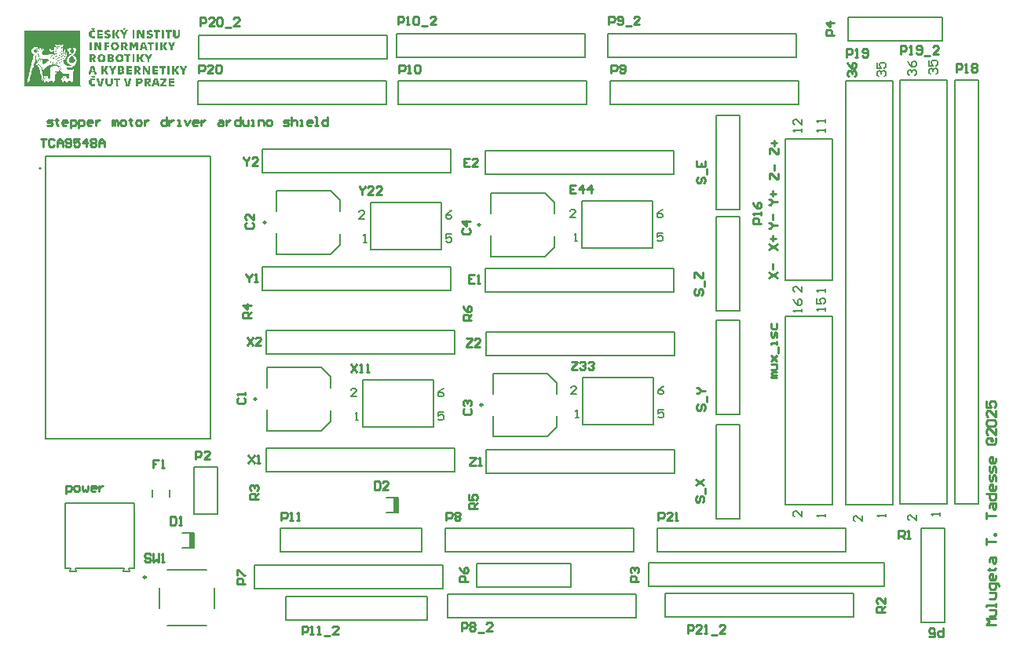
<source format=gto>
G04*
G04 #@! TF.GenerationSoftware,Altium Limited,Altium Designer,22.5.1 (42)*
G04*
G04 Layer_Color=65535*
%FSLAX44Y44*%
%MOMM*%
G71*
G04*
G04 #@! TF.SameCoordinates,CA0BB6C5-CFA1-4992-A8A9-7B9ED42510D7*
G04*
G04*
G04 #@! TF.FilePolarity,Positive*
G04*
G01*
G75*
%ADD10C,0.2000*%
%ADD11C,0.2500*%
%ADD12C,0.1270*%
%ADD13C,0.2540*%
%ADD14C,0.2032*%
%ADD15R,0.5080X1.5870*%
G36*
X82913Y662483D02*
X82393D01*
Y661962D01*
X81872D01*
Y661441D01*
X78747D01*
Y661962D01*
X78227D01*
Y662483D01*
X77706D01*
Y663004D01*
X79789D01*
Y662483D01*
X80830D01*
Y663004D01*
X82913D01*
Y662483D01*
D02*
G37*
G36*
X115718D02*
X115197D01*
Y661962D01*
X114677D01*
Y661441D01*
X112594D01*
Y661962D01*
X113115D01*
Y663004D01*
X115718D01*
Y662483D01*
D02*
G37*
G36*
X143316Y660400D02*
X144357D01*
Y658317D01*
X143837D01*
Y658838D01*
X140712D01*
Y657796D01*
X141754D01*
Y657276D01*
X143837D01*
Y656755D01*
X144357D01*
Y656234D01*
X144878D01*
Y653631D01*
X144357D01*
Y653110D01*
X143837D01*
Y652589D01*
X143316D01*
Y652069D01*
X138630D01*
Y652589D01*
X138109D01*
Y654672D01*
X138630D01*
Y654151D01*
X140712D01*
Y653631D01*
X141754D01*
Y654151D01*
X142275D01*
Y655193D01*
X140712D01*
Y655714D01*
X139150D01*
Y656234D01*
X138630D01*
Y656755D01*
X138109D01*
Y658838D01*
X138630D01*
Y659879D01*
X139150D01*
Y660400D01*
X140712D01*
Y660921D01*
X143316D01*
Y660400D01*
D02*
G37*
G36*
X98014D02*
X98535D01*
Y658317D01*
X98014D01*
Y658838D01*
X94890D01*
Y657796D01*
X95931D01*
Y657276D01*
X98014D01*
Y656755D01*
X98535D01*
Y656234D01*
X99055D01*
Y653110D01*
X98535D01*
Y652589D01*
X97493D01*
Y652069D01*
X93327D01*
Y652589D01*
X92807D01*
Y654672D01*
X93327D01*
Y654151D01*
X95410D01*
Y653631D01*
X95931D01*
Y654151D01*
X96972D01*
Y654672D01*
X96452D01*
Y655193D01*
X94890D01*
Y655714D01*
X93848D01*
Y656234D01*
X93327D01*
Y656755D01*
X92807D01*
Y659359D01*
X93327D01*
Y659879D01*
X93848D01*
Y660400D01*
X94890D01*
Y660921D01*
X98014D01*
Y660400D01*
D02*
G37*
G36*
X81872D02*
X82913D01*
Y658317D01*
X81872D01*
Y658838D01*
X80310D01*
Y658317D01*
X79268D01*
Y657796D01*
X78747D01*
Y655193D01*
X79268D01*
Y654672D01*
X79789D01*
Y654151D01*
X82393D01*
Y654672D01*
X82913D01*
Y652589D01*
X82393D01*
Y652069D01*
X78747D01*
Y652589D01*
X77706D01*
Y653110D01*
X77185D01*
Y653631D01*
X76665D01*
Y654151D01*
X76144D01*
Y658317D01*
X76665D01*
Y659359D01*
X77706D01*
Y659879D01*
X78227D01*
Y660400D01*
X79789D01*
Y660921D01*
X81872D01*
Y660400D01*
D02*
G37*
G36*
X117801Y659879D02*
X117280D01*
Y659359D01*
X116760D01*
Y658317D01*
X116239D01*
Y657276D01*
X115718D01*
Y656234D01*
X115197D01*
Y655193D01*
X114677D01*
Y652069D01*
X112594D01*
Y655714D01*
X112073D01*
Y656755D01*
X111552D01*
Y657276D01*
X111032D01*
Y658317D01*
X110511D01*
Y659359D01*
X109990D01*
Y659879D01*
Y660400D01*
Y660921D01*
X112073D01*
Y660400D01*
X112594D01*
Y659359D01*
X113115D01*
Y658317D01*
X113635D01*
Y657796D01*
X114156D01*
Y658838D01*
X114677D01*
Y659879D01*
X115197D01*
Y660921D01*
X117801D01*
Y659879D01*
D02*
G37*
G36*
X108949D02*
X108428D01*
Y659359D01*
X107907D01*
Y658317D01*
X107387D01*
Y657796D01*
X106866D01*
Y656755D01*
X106345D01*
Y656234D01*
X106866D01*
Y655193D01*
X107387D01*
Y654672D01*
X107907D01*
Y653631D01*
X108428D01*
Y653110D01*
X108949D01*
Y652069D01*
X106345D01*
Y652589D01*
X105825D01*
Y653631D01*
X105304D01*
Y654151D01*
X104783D01*
Y655193D01*
X104262D01*
Y655714D01*
X103742D01*
Y652069D01*
X101138D01*
Y660400D01*
X101659D01*
Y660921D01*
X103742D01*
Y657276D01*
X104262D01*
Y657796D01*
X104783D01*
Y658838D01*
X105304D01*
Y659359D01*
X105825D01*
Y660400D01*
X106345D01*
Y660921D01*
X108949D01*
Y659879D01*
D02*
G37*
G36*
X135505Y660400D02*
X136026D01*
Y652069D01*
X132902D01*
Y652589D01*
X132381D01*
Y653631D01*
X131860D01*
Y654672D01*
X131340D01*
Y655714D01*
X130819D01*
Y656755D01*
X130298D01*
Y652069D01*
X127695D01*
Y660400D01*
X128215D01*
Y660921D01*
X130819D01*
Y660400D01*
X131340D01*
Y659359D01*
X131860D01*
Y658317D01*
X132381D01*
Y657276D01*
X132902D01*
Y656234D01*
X133422D01*
Y660400D01*
X133943D01*
Y660921D01*
X135505D01*
Y660400D01*
D02*
G37*
G36*
X174038Y653631D02*
X173517D01*
Y653110D01*
X172997D01*
Y652589D01*
X172476D01*
Y652069D01*
X168310D01*
Y652589D01*
X167789D01*
Y653110D01*
X167269D01*
Y653631D01*
X166748D01*
Y660921D01*
X168831D01*
Y660400D01*
X169352D01*
Y654151D01*
X171435D01*
Y655193D01*
X171955D01*
Y655714D01*
Y656234D01*
Y660921D01*
X174038D01*
Y653631D01*
D02*
G37*
G36*
X165186Y658838D02*
X163103D01*
Y652069D01*
X160499D01*
Y658838D01*
X158417D01*
Y660921D01*
X165186D01*
Y658838D01*
D02*
G37*
G36*
X156334Y660400D02*
X156854D01*
Y656234D01*
Y655714D01*
Y652069D01*
X154251D01*
Y660400D01*
X154772D01*
Y660921D01*
X156334D01*
Y660400D01*
D02*
G37*
G36*
X152168D02*
X152689D01*
Y658838D01*
X150606D01*
Y652069D01*
X148002D01*
Y657276D01*
Y657796D01*
Y658838D01*
X145920D01*
Y660921D01*
X152168D01*
Y660400D01*
D02*
G37*
G36*
X125091Y652069D02*
X123008D01*
Y652589D01*
Y653110D01*
Y660921D01*
X125091D01*
Y652069D01*
D02*
G37*
G36*
X90203Y660400D02*
X90724D01*
Y658838D01*
X87079D01*
Y657276D01*
X90724D01*
Y655714D01*
X90203D01*
Y655193D01*
X87079D01*
Y654151D01*
X90724D01*
Y652069D01*
X84996D01*
Y658838D01*
Y659359D01*
Y660921D01*
X90203D01*
Y660400D01*
D02*
G37*
G36*
X169352Y647382D02*
X168831D01*
Y646341D01*
X168310D01*
Y645299D01*
X167789D01*
Y644258D01*
X167269D01*
Y643216D01*
X166748D01*
Y642696D01*
X166227D01*
Y639051D01*
X164144D01*
Y642175D01*
X163624D01*
Y643216D01*
X163103D01*
Y644258D01*
X162582D01*
Y645299D01*
X162062D01*
Y646341D01*
X161541D01*
Y647382D01*
X161020D01*
Y647903D01*
X163624D01*
Y647382D01*
X164144D01*
Y646341D01*
X164665D01*
Y645299D01*
X165186D01*
Y644779D01*
X165707D01*
Y646341D01*
X166227D01*
Y647382D01*
X166748D01*
Y647903D01*
X169352D01*
Y647382D01*
D02*
G37*
G36*
X128736D02*
X129257D01*
Y639051D01*
X126653D01*
Y644258D01*
X126132D01*
Y643216D01*
X125612D01*
Y642175D01*
X125091D01*
Y641134D01*
X124570D01*
Y640613D01*
X124050D01*
Y641654D01*
X123529D01*
Y642696D01*
X123008D01*
Y643216D01*
X122487D01*
Y644258D01*
X121967D01*
Y639051D01*
X119884D01*
Y640613D01*
Y641134D01*
Y647903D01*
X122487D01*
Y647382D01*
X123008D01*
Y646341D01*
X123529D01*
Y645820D01*
X124050D01*
Y644779D01*
X124570D01*
Y645299D01*
X125091D01*
Y646341D01*
X125612D01*
Y647382D01*
X126132D01*
Y647903D01*
X128736D01*
Y647382D01*
D02*
G37*
G36*
X160499Y646861D02*
X159979D01*
Y646341D01*
X159458D01*
Y645299D01*
X158937D01*
Y644779D01*
X158417D01*
Y644258D01*
X157896D01*
Y643216D01*
X158417D01*
Y642175D01*
X158937D01*
Y641654D01*
X159458D01*
Y640613D01*
X159979D01*
Y640092D01*
X160499D01*
Y639051D01*
X157896D01*
Y639571D01*
X157375D01*
Y640092D01*
X156854D01*
Y641134D01*
X156334D01*
Y642175D01*
X155813D01*
Y643216D01*
X155292D01*
Y642696D01*
Y642175D01*
Y639051D01*
X152689D01*
Y647382D01*
X153209D01*
Y647903D01*
X155292D01*
Y644258D01*
X155813D01*
Y644779D01*
X156334D01*
Y645820D01*
X156854D01*
Y646861D01*
X157375D01*
Y647382D01*
X157896D01*
Y647903D01*
X160499D01*
Y646861D01*
D02*
G37*
G36*
X89682Y642696D02*
Y642175D01*
Y639051D01*
X86558D01*
Y640092D01*
X86037D01*
Y640613D01*
X85517D01*
Y641654D01*
X84996D01*
Y643216D01*
X84475D01*
Y643737D01*
X83955D01*
Y639051D01*
X81351D01*
Y647382D01*
X81872D01*
Y647903D01*
X84475D01*
Y647382D01*
X84996D01*
Y646341D01*
X85517D01*
Y645299D01*
X86037D01*
Y644258D01*
X86558D01*
Y643216D01*
X87079D01*
Y647382D01*
X87600D01*
Y647903D01*
X89682D01*
Y642696D01*
D02*
G37*
G36*
X150085Y639051D02*
X148002D01*
Y641654D01*
Y642175D01*
Y647903D01*
X150085D01*
Y639051D01*
D02*
G37*
G36*
X145920Y645820D02*
X143837D01*
Y639051D01*
X141754D01*
Y639571D01*
X141233D01*
Y640092D01*
X141754D01*
Y644779D01*
Y645299D01*
X141233D01*
Y645820D01*
X139150D01*
Y647382D01*
X139671D01*
Y647903D01*
X145920D01*
Y645820D01*
D02*
G37*
G36*
X136547Y646861D02*
X137067D01*
Y645299D01*
X137588D01*
Y643737D01*
X138109D01*
Y642175D01*
X138630D01*
Y640092D01*
X139150D01*
Y639051D01*
X136547D01*
Y640613D01*
X136026D01*
Y641134D01*
X133422D01*
Y640092D01*
X132902D01*
Y639051D01*
X130819D01*
Y640613D01*
Y641134D01*
X131340D01*
Y643216D01*
X131860D01*
Y644779D01*
X132381D01*
Y646341D01*
X132902D01*
Y647382D01*
X133422D01*
Y647903D01*
X136547D01*
Y646861D01*
D02*
G37*
G36*
X114677Y647382D02*
X116239D01*
Y646861D01*
X116760D01*
Y646341D01*
X117280D01*
Y645299D01*
X117801D01*
Y644258D01*
X117280D01*
Y643216D01*
X116760D01*
Y642696D01*
X115718D01*
Y642175D01*
X116239D01*
Y641134D01*
X116760D01*
Y640613D01*
X117280D01*
Y639571D01*
X117801D01*
Y639051D01*
X115197D01*
Y639571D01*
X114677D01*
Y640613D01*
X114156D01*
Y641654D01*
X113635D01*
Y642175D01*
X113115D01*
Y641654D01*
X112594D01*
Y639051D01*
X110511D01*
Y640092D01*
Y640613D01*
Y647903D01*
X114677D01*
Y647382D01*
D02*
G37*
G36*
X105825D02*
X106866D01*
Y646861D01*
X107387D01*
Y645820D01*
X107907D01*
Y644258D01*
X108428D01*
Y642175D01*
X107907D01*
Y641134D01*
X107387D01*
Y640092D01*
X106866D01*
Y639571D01*
X105825D01*
Y639051D01*
X102180D01*
Y639571D01*
X101138D01*
Y640092D01*
X100617D01*
Y641134D01*
X100097D01*
Y642175D01*
X99576D01*
Y644779D01*
X100097D01*
Y645820D01*
X100617D01*
Y646861D01*
X101138D01*
Y647382D01*
X102180D01*
Y647903D01*
X105825D01*
Y647382D01*
D02*
G37*
G36*
X98014Y645820D02*
X94890D01*
Y644258D01*
X98014D01*
Y642696D01*
X94890D01*
Y639051D01*
X92286D01*
Y647903D01*
X98014D01*
Y645820D01*
D02*
G37*
G36*
X78747Y639051D02*
X76665D01*
Y641654D01*
Y642175D01*
Y647903D01*
X78747D01*
Y639051D01*
D02*
G37*
G36*
X144357Y634364D02*
X143837D01*
Y633323D01*
X143316D01*
Y632281D01*
X142795D01*
Y631761D01*
X142275D01*
Y630719D01*
X141754D01*
Y629678D01*
X141233D01*
Y626033D01*
X139150D01*
Y626554D01*
Y629678D01*
X138630D01*
Y630199D01*
X138109D01*
Y631240D01*
X137588D01*
Y632281D01*
X137067D01*
Y633323D01*
X136547D01*
Y634364D01*
X136026D01*
Y634885D01*
X138630D01*
Y634364D01*
X139150D01*
Y633323D01*
X139671D01*
Y632281D01*
X140712D01*
Y633323D01*
X141233D01*
Y634364D01*
X141754D01*
Y634885D01*
X144357D01*
Y634364D01*
D02*
G37*
G36*
X135505D02*
X134985D01*
Y633323D01*
X134464D01*
Y632802D01*
X133943D01*
Y631761D01*
X133422D01*
Y631240D01*
X132902D01*
Y630199D01*
X133422D01*
Y629157D01*
X133943D01*
Y628637D01*
X134464D01*
Y627595D01*
X134985D01*
Y627074D01*
X135505D01*
Y626033D01*
X132902D01*
Y626554D01*
X132381D01*
Y627595D01*
X131860D01*
Y628116D01*
X131340D01*
Y629157D01*
X130819D01*
Y629678D01*
X130298D01*
Y626033D01*
X127695D01*
Y634885D01*
X130298D01*
Y631240D01*
X130819D01*
Y632281D01*
X131340D01*
Y632802D01*
X131860D01*
Y633844D01*
X132381D01*
Y634885D01*
X135505D01*
Y634364D01*
D02*
G37*
G36*
X125091Y628116D02*
Y627595D01*
Y626033D01*
X123008D01*
Y634885D01*
X125091D01*
Y628116D01*
D02*
G37*
G36*
X120925Y632802D02*
X118842D01*
Y626033D01*
X116760D01*
Y632802D01*
X114156D01*
Y634885D01*
X120925D01*
Y632802D01*
D02*
G37*
G36*
X111032Y634364D02*
X112073D01*
Y633844D01*
X112594D01*
Y632802D01*
X113115D01*
Y628116D01*
X112594D01*
Y627074D01*
X111552D01*
Y626554D01*
X111032D01*
Y626033D01*
X107387D01*
Y626554D01*
X106345D01*
Y627074D01*
X105825D01*
Y627595D01*
X105304D01*
Y628637D01*
X104783D01*
Y632281D01*
X105304D01*
Y633323D01*
X105825D01*
Y633844D01*
X106345D01*
Y634364D01*
X107387D01*
Y634885D01*
X111032D01*
Y634364D01*
D02*
G37*
G36*
X101138D02*
X102180D01*
Y633844D01*
X102700D01*
Y631240D01*
X102180D01*
Y630199D01*
X102700D01*
Y629678D01*
X103221D01*
Y627595D01*
X102700D01*
Y627074D01*
X102180D01*
Y626554D01*
X101138D01*
Y626033D01*
X95931D01*
Y627595D01*
Y628116D01*
Y634885D01*
X101138D01*
Y634364D01*
D02*
G37*
G36*
X91245D02*
X92286D01*
Y633844D01*
X92807D01*
Y633323D01*
X93327D01*
Y631761D01*
X93848D01*
Y629157D01*
X93327D01*
Y627595D01*
X92807D01*
Y627074D01*
X92286D01*
Y626554D01*
X91245D01*
Y626033D01*
X87600D01*
Y626554D01*
X87079D01*
Y627074D01*
X86037D01*
Y628116D01*
X85517D01*
Y629678D01*
X84996D01*
Y631761D01*
X85517D01*
Y632802D01*
X86037D01*
Y633844D01*
X86558D01*
Y634364D01*
X87600D01*
Y634885D01*
X91245D01*
Y634364D01*
D02*
G37*
G36*
X81351D02*
X82393D01*
Y633844D01*
X82913D01*
Y633323D01*
X83434D01*
Y632802D01*
Y630719D01*
X82913D01*
Y630199D01*
X82393D01*
Y629678D01*
X81872D01*
Y629157D01*
X82393D01*
Y628116D01*
X82913D01*
Y627074D01*
X83434D01*
Y626033D01*
X81351D01*
Y626554D01*
X80830D01*
Y627074D01*
X80310D01*
Y628116D01*
X79789D01*
Y629157D01*
X78747D01*
Y626033D01*
X76665D01*
Y634885D01*
X81351D01*
Y634364D01*
D02*
G37*
G36*
X181849Y620826D02*
X181328D01*
Y620305D01*
X180807D01*
Y619264D01*
X180287D01*
Y618222D01*
X179766D01*
Y617181D01*
X179245D01*
Y613536D01*
X178724D01*
Y613015D01*
X176642D01*
Y617181D01*
X176121D01*
Y617701D01*
X175600D01*
Y618743D01*
X175079D01*
Y619784D01*
X174559D01*
Y620826D01*
X174038D01*
Y621867D01*
X176642D01*
Y620826D01*
X177162D01*
Y619784D01*
X177683D01*
Y619264D01*
X178204D01*
Y619784D01*
X178724D01*
Y620305D01*
Y620826D01*
X179245D01*
Y621867D01*
X181849D01*
Y620826D01*
D02*
G37*
G36*
X105304D02*
X104783D01*
Y619784D01*
X104262D01*
Y619264D01*
Y618743D01*
X103742D01*
Y617701D01*
X103221D01*
Y617181D01*
X102700D01*
Y613536D01*
X102180D01*
Y613015D01*
X100617D01*
Y613536D01*
X100097D01*
Y617181D01*
X99576D01*
Y618222D01*
X99055D01*
Y619264D01*
X98535D01*
Y620305D01*
X98014D01*
Y621347D01*
X97493D01*
Y621867D01*
X100097D01*
Y621347D01*
X100617D01*
Y619784D01*
X101138D01*
Y619264D01*
X101659D01*
Y619784D01*
X102180D01*
Y620826D01*
X102700D01*
Y621867D01*
X105304D01*
Y620826D01*
D02*
G37*
G36*
X96972Y621347D02*
X96452D01*
Y620826D01*
X95931D01*
Y619784D01*
X95410D01*
Y619264D01*
X94890D01*
Y618222D01*
X94369D01*
Y617181D01*
X94890D01*
Y616139D01*
X95410D01*
Y615098D01*
X95931D01*
Y614577D01*
X96452D01*
Y613536D01*
X96972D01*
Y613015D01*
X94369D01*
Y613536D01*
X93848D01*
Y614057D01*
X93327D01*
Y615098D01*
X92807D01*
Y615619D01*
X92286D01*
Y616660D01*
X91765D01*
Y613536D01*
X91245D01*
Y613015D01*
X89162D01*
Y621867D01*
X91765D01*
Y618743D01*
X92286D01*
Y619264D01*
X92807D01*
Y620305D01*
X93327D01*
Y621347D01*
X93848D01*
Y621867D01*
X96972D01*
Y621347D01*
D02*
G37*
G36*
X172997Y620826D02*
X172476D01*
Y620305D01*
X171955D01*
Y619264D01*
X171435D01*
Y618743D01*
X170914D01*
Y616660D01*
X171435D01*
Y616139D01*
X171955D01*
Y615098D01*
X172476D01*
Y614577D01*
X172997D01*
Y613015D01*
X170914D01*
Y613536D01*
X170393D01*
Y614057D01*
X169872D01*
Y615098D01*
X169352D01*
Y615619D01*
X168831D01*
Y616660D01*
X168310D01*
Y617181D01*
X167789D01*
Y613015D01*
X165707D01*
Y621867D01*
X167789D01*
Y618222D01*
X168310D01*
Y618743D01*
X168831D01*
Y619784D01*
X169352D01*
Y620305D01*
X169872D01*
Y621347D01*
X170393D01*
Y621867D01*
X172997D01*
Y620826D01*
D02*
G37*
G36*
X141754Y613015D02*
X139150D01*
Y613536D01*
X138630D01*
Y614577D01*
X138109D01*
Y615619D01*
X137588D01*
Y616660D01*
X137067D01*
Y617701D01*
X136547D01*
Y618222D01*
X136026D01*
Y616660D01*
Y616139D01*
Y613015D01*
X133943D01*
Y621867D01*
X137067D01*
Y620826D01*
X137588D01*
Y619784D01*
X138109D01*
Y618743D01*
X138630D01*
Y617701D01*
X139150D01*
Y617181D01*
X139671D01*
Y621867D01*
X141754D01*
Y613015D01*
D02*
G37*
G36*
X163103Y613536D02*
X162582D01*
Y613015D01*
X160499D01*
Y620826D01*
Y621347D01*
Y621867D01*
X163103D01*
Y613536D01*
D02*
G37*
G36*
X158937Y619784D02*
X156854D01*
Y613536D01*
X156334D01*
Y613015D01*
X154251D01*
Y619784D01*
X152168D01*
Y621867D01*
X158937D01*
Y619784D01*
D02*
G37*
G36*
X150606D02*
X146961D01*
Y618222D01*
X150606D01*
Y616660D01*
X146961D01*
Y615098D01*
X150606D01*
Y613536D01*
X150085D01*
Y613015D01*
X144878D01*
Y613536D01*
X144357D01*
Y621867D01*
X150606D01*
Y619784D01*
D02*
G37*
G36*
X129777Y621347D02*
X130819D01*
Y620826D01*
X131340D01*
Y619784D01*
X131860D01*
Y618222D01*
X131340D01*
Y617701D01*
X130819D01*
Y617181D01*
X130298D01*
Y616660D01*
X129777D01*
Y616139D01*
X130298D01*
Y615619D01*
X130819D01*
Y614577D01*
X131340D01*
Y614057D01*
X131860D01*
Y613015D01*
X129257D01*
Y613536D01*
X128736D01*
Y614057D01*
Y614577D01*
X128215D01*
Y615619D01*
X127695D01*
Y616139D01*
X127174D01*
Y613536D01*
X126653D01*
Y613015D01*
X124570D01*
Y621867D01*
X129777D01*
Y621347D01*
D02*
G37*
G36*
X121967Y619784D02*
X118842D01*
Y618222D01*
X121967D01*
Y616660D01*
X118842D01*
Y615098D01*
X121967D01*
Y613015D01*
X116239D01*
Y621867D01*
X121967D01*
Y619784D01*
D02*
G37*
G36*
X112594Y621347D02*
X113115D01*
Y620826D01*
X113635D01*
Y618222D01*
X113115D01*
Y617181D01*
X113635D01*
Y616660D01*
X114156D01*
Y614577D01*
X113635D01*
Y614057D01*
X113115D01*
Y613536D01*
X111552D01*
Y613015D01*
X107387D01*
Y613536D01*
X106866D01*
Y621867D01*
X112594D01*
Y621347D01*
D02*
G37*
G36*
X81872Y620305D02*
X82393D01*
Y618743D01*
X82913D01*
Y616660D01*
X83434D01*
Y615098D01*
X83955D01*
Y613015D01*
X81872D01*
Y614057D01*
X81351D01*
Y615098D01*
X78227D01*
Y613536D01*
X77706D01*
Y613015D01*
X75623D01*
Y613536D01*
Y614057D01*
Y614577D01*
X76144D01*
Y616139D01*
X76665D01*
Y618222D01*
X77185D01*
Y619784D01*
X77706D01*
Y621347D01*
X78227D01*
Y621867D01*
X81872D01*
Y620305D01*
D02*
G37*
G36*
X82913Y610932D02*
X82393D01*
Y609891D01*
X81872D01*
Y609370D01*
X79268D01*
Y609891D01*
X78747D01*
Y610411D01*
X78227D01*
Y610932D01*
X77706D01*
Y611453D01*
X79789D01*
Y610932D01*
X80830D01*
Y611453D01*
X82913D01*
Y610932D01*
D02*
G37*
G36*
X121967Y608329D02*
X121446D01*
Y606246D01*
X120925D01*
Y604684D01*
X120405D01*
Y603121D01*
X119884D01*
Y601559D01*
X119363D01*
Y600518D01*
X115718D01*
Y602080D01*
X115197D01*
Y604163D01*
X114677D01*
Y605725D01*
X114156D01*
Y607287D01*
X113635D01*
Y608849D01*
X116239D01*
Y607287D01*
X116760D01*
Y605204D01*
X117280D01*
Y603121D01*
X117801D01*
Y603642D01*
X118322D01*
Y606246D01*
X118842D01*
Y608329D01*
X119363D01*
Y608849D01*
X121967D01*
Y608329D01*
D02*
G37*
G36*
X92286Y607808D02*
X91765D01*
Y605725D01*
X91245D01*
Y604163D01*
X90724D01*
Y602601D01*
X90203D01*
Y600518D01*
X86558D01*
Y601039D01*
X86037D01*
Y602601D01*
X85517D01*
Y604163D01*
X84996D01*
Y606246D01*
X84475D01*
Y607808D01*
X83955D01*
Y608849D01*
X86558D01*
Y608329D01*
X87079D01*
Y605725D01*
X87600D01*
Y603121D01*
X88641D01*
Y605204D01*
X89162D01*
Y607808D01*
X89682D01*
Y608849D01*
X92286D01*
Y607808D01*
D02*
G37*
G36*
X101659Y603121D02*
X101138D01*
Y601559D01*
X100617D01*
Y601039D01*
X100097D01*
Y600518D01*
X98535D01*
Y599997D01*
X96452D01*
Y600518D01*
X95410D01*
Y601039D01*
X94890D01*
Y601559D01*
X94369D01*
Y602601D01*
X93848D01*
Y608849D01*
X96452D01*
Y602601D01*
X97493D01*
Y602080D01*
X98014D01*
Y602601D01*
X98535D01*
Y603121D01*
X99055D01*
Y607808D01*
Y608329D01*
Y608849D01*
X101659D01*
Y603121D01*
D02*
G37*
G36*
X167789Y606767D02*
X164144D01*
Y605725D01*
X167789D01*
Y603642D01*
X164144D01*
Y602601D01*
X164665D01*
Y602080D01*
X167789D01*
Y600518D01*
X162062D01*
Y608849D01*
X167789D01*
Y606767D01*
D02*
G37*
G36*
X159979D02*
X159458D01*
Y606246D01*
X158937D01*
Y605725D01*
X158417D01*
Y604684D01*
X157896D01*
Y604163D01*
X157375D01*
Y603642D01*
X156854D01*
Y603121D01*
X156334D01*
Y602080D01*
X159979D01*
Y600518D01*
X153209D01*
Y602601D01*
X153730D01*
Y603121D01*
X154251D01*
Y603642D01*
X154772D01*
Y604684D01*
X155292D01*
Y605204D01*
X155813D01*
Y605725D01*
X156334D01*
Y606767D01*
X153730D01*
Y607287D01*
X153209D01*
Y608849D01*
X159979D01*
Y606767D01*
D02*
G37*
G36*
X150085Y607287D02*
X150606D01*
Y605725D01*
X151127D01*
Y603642D01*
X151647D01*
Y602080D01*
X152168D01*
Y600518D01*
X150085D01*
Y601039D01*
X149565D01*
Y602080D01*
X146440D01*
Y600518D01*
X143837D01*
Y601559D01*
X144357D01*
Y603642D01*
X144878D01*
Y605204D01*
X145399D01*
Y606767D01*
X145920D01*
Y608849D01*
X150085D01*
Y607287D01*
D02*
G37*
G36*
X141233Y608329D02*
X142275D01*
Y607287D01*
X142795D01*
Y604684D01*
X142275D01*
Y604163D01*
X141233D01*
Y603121D01*
X141754D01*
Y602080D01*
X142275D01*
Y601039D01*
X142795D01*
Y600518D01*
X140192D01*
Y601039D01*
X139671D01*
Y602080D01*
X139150D01*
Y603121D01*
X138630D01*
Y603642D01*
X138109D01*
Y600518D01*
X135505D01*
Y608849D01*
X141233D01*
Y608329D01*
D02*
G37*
G36*
X131860D02*
X132902D01*
Y607808D01*
X133422D01*
Y606767D01*
X133943D01*
Y605204D01*
X133422D01*
Y604163D01*
X132902D01*
Y603642D01*
X131860D01*
Y603121D01*
X129257D01*
Y600518D01*
X126653D01*
Y605204D01*
Y605725D01*
Y608849D01*
X131860D01*
Y608329D01*
D02*
G37*
G36*
X109990Y607287D02*
X109470D01*
Y606767D01*
X107387D01*
Y604684D01*
X107907D01*
Y604163D01*
X107387D01*
Y601039D01*
X107907D01*
Y600518D01*
X105304D01*
Y606767D01*
X103221D01*
Y608849D01*
X109990D01*
Y607287D01*
D02*
G37*
G36*
X67292Y659879D02*
X66771D01*
Y601039D01*
X67292D01*
Y600518D01*
X6368D01*
Y660400D01*
X67292D01*
Y659879D01*
D02*
G37*
G36*
X82913Y606767D02*
X79268D01*
Y606246D01*
X78747D01*
Y603121D01*
X79268D01*
Y602601D01*
X82913D01*
Y600518D01*
X80830D01*
Y599997D01*
X80310D01*
Y600518D01*
X78227D01*
Y601039D01*
X77185D01*
Y601559D01*
X76665D01*
Y602601D01*
X76144D01*
Y605204D01*
Y605725D01*
Y606767D01*
X76665D01*
Y607287D01*
X77185D01*
Y607808D01*
X77706D01*
Y608329D01*
X78227D01*
Y608849D01*
X82913D01*
Y606767D01*
D02*
G37*
%LPC*%
G36*
X134985Y645820D02*
X134464D01*
Y644779D01*
Y644258D01*
Y643737D01*
X133943D01*
Y642696D01*
X135505D01*
Y644779D01*
X134985D01*
Y645820D01*
D02*
G37*
G36*
X114677D02*
X112594D01*
Y645299D01*
Y644258D01*
X113115D01*
Y643737D01*
X114677D01*
Y644779D01*
X115197D01*
Y645299D01*
X114677D01*
Y645820D01*
D02*
G37*
G36*
X104783D02*
X103221D01*
Y645299D01*
X102700D01*
Y644779D01*
X102180D01*
Y642175D01*
X102700D01*
Y641654D01*
X103221D01*
Y641134D01*
X104783D01*
Y641654D01*
X105304D01*
Y642696D01*
X105825D01*
Y644258D01*
X105304D01*
Y644779D01*
Y645299D01*
X104783D01*
Y645820D01*
D02*
G37*
G36*
X109990Y632802D02*
X107907D01*
Y631761D01*
X107387D01*
Y629157D01*
X107907D01*
Y628637D01*
X108428D01*
Y628116D01*
X109990D01*
Y628637D01*
X110511D01*
Y630199D01*
X111032D01*
Y630719D01*
X110511D01*
Y631240D01*
Y631761D01*
Y632281D01*
X109990D01*
Y632802D01*
D02*
G37*
G36*
X99576Y633323D02*
X98535D01*
Y632802D01*
Y632281D01*
Y631240D01*
X100097D01*
Y631761D01*
X100617D01*
Y632281D01*
X100097D01*
Y632802D01*
X99576D01*
Y633323D01*
D02*
G37*
G36*
X100617Y629678D02*
X98535D01*
Y628116D01*
X100617D01*
Y629157D01*
Y629678D01*
D02*
G37*
G36*
X90724Y632802D02*
X88641D01*
Y632281D01*
X88120D01*
Y631240D01*
X87600D01*
Y629678D01*
X88120D01*
Y629157D01*
Y628637D01*
X88641D01*
Y628116D01*
X90203D01*
Y628637D01*
X90724D01*
Y629157D01*
X91245D01*
Y631761D01*
X90724D01*
Y632802D01*
D02*
G37*
G36*
X79789Y633323D02*
X79268D01*
Y632802D01*
X78747D01*
Y630719D01*
X80310D01*
Y631240D01*
X80830D01*
Y631761D01*
Y632802D01*
X79789D01*
Y633323D01*
D02*
G37*
G36*
X128215Y620305D02*
X127174D01*
Y618222D01*
Y617701D01*
X128215D01*
Y618222D01*
X129257D01*
Y619784D01*
X128215D01*
Y620305D01*
D02*
G37*
G36*
X110511D02*
X109470D01*
Y618222D01*
X111032D01*
Y618743D01*
X111552D01*
Y619784D01*
X110511D01*
Y620305D01*
D02*
G37*
G36*
X111032Y617181D02*
X109470D01*
Y615098D01*
X111552D01*
Y615619D01*
Y616139D01*
Y616660D01*
X111032D01*
Y617181D01*
D02*
G37*
G36*
X80310Y619784D02*
X79789D01*
Y619264D01*
X79268D01*
Y616660D01*
X80830D01*
Y617181D01*
Y617701D01*
X80310D01*
Y619784D01*
D02*
G37*
G36*
X148523Y606767D02*
X148002D01*
Y606246D01*
X147482D01*
Y603642D01*
X148523D01*
Y604163D01*
X149044D01*
Y604684D01*
X148523D01*
Y606767D01*
D02*
G37*
G36*
X139671Y607287D02*
X138109D01*
Y605204D01*
X140192D01*
Y606767D01*
X139671D01*
Y607287D01*
D02*
G37*
G36*
X130819D02*
X129257D01*
Y605204D01*
X131340D01*
Y606767D01*
X130819D01*
Y607287D01*
D02*
G37*
G36*
X48546Y645299D02*
X46984D01*
Y644779D01*
X46463D01*
Y644258D01*
X45422D01*
Y644779D01*
X44901D01*
Y645299D01*
X43339D01*
Y644779D01*
X42818D01*
Y644258D01*
X41777D01*
Y644779D01*
X41256D01*
Y645299D01*
X39694D01*
Y644258D01*
X40215D01*
Y643216D01*
X40735D01*
Y642696D01*
X41777D01*
Y641654D01*
X42818D01*
Y641134D01*
X42298D01*
Y640613D01*
X41777D01*
Y641134D01*
X41256D01*
Y642175D01*
X38132D01*
Y641654D01*
X38653D01*
Y639571D01*
X38132D01*
Y639051D01*
X35008D01*
Y639571D01*
X34487D01*
Y640613D01*
X33445D01*
Y638530D01*
X33966D01*
Y638009D01*
X34487D01*
Y637489D01*
X37090D01*
Y638009D01*
X38653D01*
Y635406D01*
X40215D01*
Y635927D01*
X43860D01*
Y635406D01*
X41777D01*
Y634885D01*
X39694D01*
Y634364D01*
X38132D01*
Y633844D01*
X37090D01*
Y634364D01*
X37611D01*
Y634885D01*
X32404D01*
Y634364D01*
X25635D01*
Y635406D01*
X25114D01*
Y636968D01*
X25635D01*
Y637489D01*
X26155D01*
Y638009D01*
X26676D01*
Y639051D01*
X27197D01*
Y639571D01*
X26676D01*
Y640613D01*
X26155D01*
Y641134D01*
X25114D01*
Y641654D01*
X24593D01*
Y641134D01*
X24072D01*
Y641654D01*
X22510D01*
Y641134D01*
X21469D01*
Y640613D01*
X20428D01*
Y641134D01*
X20948D01*
Y641654D01*
X20428D01*
Y642175D01*
X19386D01*
Y642696D01*
X17824D01*
Y642175D01*
X16262D01*
Y641654D01*
X15741D01*
Y641134D01*
X15220D01*
Y640613D01*
X14700D01*
Y640092D01*
X14179D01*
Y636968D01*
X14700D01*
Y635927D01*
X15220D01*
Y635406D01*
X15741D01*
Y634885D01*
X16262D01*
Y634364D01*
X18345D01*
Y633323D01*
X18865D01*
Y630719D01*
X19386D01*
Y628637D01*
X19907D01*
Y627595D01*
X20428D01*
Y628116D01*
X20948D01*
Y628637D01*
X21990D01*
Y629157D01*
X22510D01*
Y629678D01*
X21990D01*
Y630719D01*
X23031D01*
Y630199D01*
X30321D01*
Y629678D01*
X31883D01*
Y629157D01*
X32404D01*
Y628637D01*
X32925D01*
Y628116D01*
X32404D01*
Y627595D01*
X31883D01*
Y627074D01*
X30842D01*
Y626554D01*
X30321D01*
Y626033D01*
X29800D01*
Y625512D01*
X29280D01*
Y624991D01*
X28759D01*
Y624471D01*
X27717D01*
Y623950D01*
X26676D01*
Y624471D01*
X26155D01*
Y624991D01*
X25635D01*
Y626554D01*
X26155D01*
Y627595D01*
X25635D01*
Y628637D01*
X24593D01*
Y629157D01*
X23031D01*
Y628637D01*
X22510D01*
Y628116D01*
X21469D01*
Y627595D01*
X20948D01*
Y627074D01*
X20428D01*
Y625512D01*
X19907D01*
Y624991D01*
X19386D01*
Y623429D01*
X19907D01*
Y622909D01*
X20428D01*
Y623429D01*
X20948D01*
Y621347D01*
X21469D01*
Y620305D01*
X21990D01*
Y619784D01*
X22510D01*
Y618222D01*
X23031D01*
Y616139D01*
X23552D01*
Y614057D01*
X24072D01*
Y611974D01*
X24593D01*
Y609370D01*
X25114D01*
Y607287D01*
X25635D01*
Y605725D01*
X26676D01*
Y607287D01*
X26155D01*
Y608329D01*
Y608849D01*
X26676D01*
Y607287D01*
X27197D01*
Y605204D01*
X27717D01*
Y604684D01*
X28759D01*
Y605725D01*
X30321D01*
Y605204D01*
X31363D01*
Y604684D01*
X32925D01*
Y605204D01*
X33966D01*
Y605725D01*
X36570D01*
Y605204D01*
X37090D01*
Y604684D01*
X38132D01*
Y605204D01*
X38653D01*
Y605725D01*
X39173D01*
Y613015D01*
X40215D01*
Y613536D01*
X40735D01*
Y614057D01*
X41256D01*
Y615098D01*
X39694D01*
Y615619D01*
X39173D01*
Y616660D01*
X43860D01*
Y617701D01*
X43339D01*
Y618743D01*
X43860D01*
Y617701D01*
X44380D01*
Y617181D01*
X44901D01*
Y616660D01*
X45943D01*
Y617701D01*
X46463D01*
Y615619D01*
X46984D01*
Y614577D01*
X47505D01*
Y614057D01*
X48025D01*
Y613536D01*
X54274D01*
Y608849D01*
X52191D01*
Y609370D01*
X51670D01*
Y610411D01*
X51150D01*
Y610932D01*
X50629D01*
Y611453D01*
X48025D01*
Y610932D01*
X47505D01*
Y609370D01*
X46984D01*
Y608329D01*
X46463D01*
Y607287D01*
X46984D01*
Y605204D01*
X47505D01*
Y604684D01*
X48546D01*
Y605725D01*
X50108D01*
Y605204D01*
X51150D01*
Y604684D01*
X52712D01*
Y605204D01*
X53753D01*
Y605725D01*
X56357D01*
Y605204D01*
X56877D01*
Y604163D01*
X57398D01*
Y604684D01*
X57919D01*
Y605204D01*
X58440D01*
Y605725D01*
X58960D01*
Y615619D01*
X58440D01*
Y616139D01*
X58960D01*
Y616660D01*
X59481D01*
Y617181D01*
X60002D01*
Y618743D01*
X58440D01*
Y618222D01*
X52712D01*
Y618743D01*
X52191D01*
Y620305D01*
X51670D01*
Y620826D01*
X53232D01*
Y620305D01*
X55836D01*
Y620826D01*
X57919D01*
Y621347D01*
X58960D01*
Y621867D01*
X60002D01*
Y622388D01*
X60522D01*
Y622909D01*
X61043D01*
Y623429D01*
X61564D01*
Y624471D01*
X62085D01*
Y624991D01*
X62605D01*
Y627074D01*
X63126D01*
Y629157D01*
X62605D01*
Y630719D01*
X62085D01*
Y631761D01*
X61564D01*
Y632281D01*
X60522D01*
Y632802D01*
X60002D01*
Y633323D01*
X58960D01*
Y632802D01*
X57919D01*
Y633323D01*
X58440D01*
Y633844D01*
X58960D01*
Y634364D01*
X59481D01*
Y634885D01*
X60522D01*
Y635927D01*
X61043D01*
Y637489D01*
X61564D01*
Y638009D01*
X62085D01*
Y638530D01*
X62605D01*
Y640092D01*
X62085D01*
Y641134D01*
X61043D01*
Y641654D01*
X58960D01*
Y641134D01*
X58440D01*
Y640092D01*
X58960D01*
Y639571D01*
X59481D01*
Y636968D01*
X58960D01*
Y636447D01*
X58440D01*
Y635927D01*
X57919D01*
Y635406D01*
X57398D01*
Y634885D01*
X56877D01*
Y634364D01*
X55836D01*
Y634885D01*
X56357D01*
Y635406D01*
X56877D01*
Y636447D01*
X56357D01*
Y637489D01*
X55836D01*
Y639051D01*
X56357D01*
Y640092D01*
X56877D01*
Y641134D01*
X56357D01*
Y641654D01*
X54274D01*
Y641134D01*
X53753D01*
Y640613D01*
X53232D01*
Y640092D01*
X52712D01*
Y639051D01*
X53232D01*
Y638009D01*
X53753D01*
Y637489D01*
X54274D01*
Y635927D01*
X54795D01*
Y634885D01*
X55315D01*
Y634364D01*
X55836D01*
Y633844D01*
X55315D01*
Y633323D01*
X54795D01*
Y632802D01*
X54274D01*
Y632281D01*
X53753D01*
Y631761D01*
X53232D01*
Y631240D01*
X52712D01*
Y630199D01*
X52191D01*
Y626554D01*
X52712D01*
Y625512D01*
X53232D01*
Y624991D01*
X53753D01*
Y624471D01*
X54274D01*
Y623950D01*
X55315D01*
Y623429D01*
X58440D01*
Y622909D01*
X57398D01*
Y622388D01*
X52191D01*
Y622909D01*
X51150D01*
Y623429D01*
X50108D01*
Y623950D01*
X49587D01*
Y624991D01*
X49067D01*
Y626554D01*
X48546D01*
Y627595D01*
X48025D01*
Y627074D01*
X46984D01*
Y627595D01*
X47505D01*
Y628116D01*
X48546D01*
Y628637D01*
X49587D01*
Y629157D01*
X50108D01*
Y630199D01*
X50629D01*
Y630719D01*
X51150D01*
Y632281D01*
X51670D01*
Y636968D01*
X51150D01*
Y633844D01*
X50629D01*
Y634885D01*
Y635406D01*
Y638530D01*
X50108D01*
Y639571D01*
X49587D01*
Y638530D01*
X49067D01*
Y640613D01*
X48546D01*
Y641134D01*
X48025D01*
Y640613D01*
X48546D01*
Y639051D01*
Y638530D01*
Y636968D01*
X48025D01*
Y640613D01*
X47505D01*
Y641654D01*
X46984D01*
Y640613D01*
X46463D01*
Y642175D01*
X44901D01*
Y642696D01*
X47505D01*
Y643737D01*
X48025D01*
Y644258D01*
X48546D01*
Y645299D01*
D02*
G37*
G36*
X17824Y633844D02*
X16262D01*
Y632802D01*
X15741D01*
Y630719D01*
X15220D01*
Y628637D01*
X14700D01*
Y626554D01*
X14179D01*
Y623950D01*
X13658D01*
Y621867D01*
X13138D01*
Y619784D01*
X12617D01*
Y617181D01*
X12096D01*
Y615619D01*
X11575D01*
Y613015D01*
X11055D01*
Y610932D01*
X10534D01*
Y608849D01*
X10013D01*
Y606767D01*
X9492D01*
Y604684D01*
X10534D01*
Y605204D01*
X11055D01*
Y605725D01*
X11575D01*
Y606246D01*
X12096D01*
Y608329D01*
X12617D01*
Y610411D01*
X13138D01*
Y613015D01*
X13658D01*
Y615098D01*
X14179D01*
Y617181D01*
X14700D01*
Y619264D01*
X15220D01*
Y619784D01*
X15741D01*
Y620305D01*
X16262D01*
Y622388D01*
X16783D01*
Y624471D01*
X17303D01*
Y626554D01*
X17824D01*
Y629157D01*
X18345D01*
Y633323D01*
X17824D01*
Y633844D01*
D02*
G37*
%LPD*%
G36*
X44380Y642696D02*
X41777D01*
Y643216D01*
X44380D01*
Y642696D01*
D02*
G37*
G36*
X46463Y640092D02*
X45943D01*
Y640613D01*
X46463D01*
Y640092D01*
D02*
G37*
G36*
X40735Y639571D02*
X41256D01*
Y639051D01*
X40215D01*
Y639571D01*
X39173D01*
Y640092D01*
X40735D01*
Y639571D01*
D02*
G37*
G36*
X25635Y639051D02*
X25114D01*
Y640092D01*
X24593D01*
Y640613D01*
X25635D01*
Y639051D01*
D02*
G37*
G36*
X23031Y640092D02*
X23552D01*
Y639051D01*
Y638530D01*
X23031D01*
Y640092D01*
X22510D01*
Y640613D01*
X23031D01*
Y640092D01*
D02*
G37*
G36*
X46984Y638009D02*
Y637489D01*
X46463D01*
Y638530D01*
X46984D01*
Y638009D01*
D02*
G37*
G36*
X41256D02*
Y637489D01*
X39173D01*
Y638009D01*
X38653D01*
Y638530D01*
X41256D01*
Y638009D01*
D02*
G37*
G36*
X20428Y640092D02*
X19907D01*
Y639571D01*
X19386D01*
Y639051D01*
X20948D01*
Y638530D01*
X21469D01*
Y638009D01*
Y637489D01*
X20948D01*
Y638530D01*
X19907D01*
Y636968D01*
X18865D01*
Y636447D01*
X18345D01*
Y636968D01*
X17303D01*
Y637489D01*
X16783D01*
Y639051D01*
X17303D01*
Y639571D01*
X17824D01*
Y640092D01*
X19386D01*
Y640613D01*
X20428D01*
Y640092D01*
D02*
G37*
G36*
X46463Y636968D02*
X45943D01*
Y637489D01*
X46463D01*
Y636968D01*
D02*
G37*
G36*
X45943Y636447D02*
X45422D01*
Y636968D01*
X45943D01*
Y636447D01*
D02*
G37*
G36*
X44901Y635927D02*
X44380D01*
Y636447D01*
X44901D01*
Y635927D01*
D02*
G37*
G36*
X49587Y634885D02*
X49067D01*
Y635927D01*
Y636447D01*
Y636968D01*
X49587D01*
Y634885D01*
D02*
G37*
G36*
X48025Y635406D02*
X47505D01*
Y634885D01*
X46984D01*
Y634364D01*
X45943D01*
Y634885D01*
X46463D01*
Y635406D01*
X46984D01*
Y635927D01*
X47505D01*
Y636968D01*
X48025D01*
Y635406D01*
D02*
G37*
G36*
X49067Y633844D02*
X48546D01*
Y634364D01*
Y634885D01*
X49067D01*
Y633844D01*
D02*
G37*
G36*
X45943D02*
X44901D01*
Y634364D01*
X45943D01*
Y633844D01*
D02*
G37*
G36*
X48546Y633323D02*
X48025D01*
Y633844D01*
X48546D01*
Y633323D01*
D02*
G37*
G36*
X44901D02*
X43339D01*
Y633844D01*
X44901D01*
Y633323D01*
D02*
G37*
G36*
X50629D02*
Y632802D01*
X50108D01*
Y633844D01*
X50629D01*
Y633323D01*
D02*
G37*
G36*
X48025Y632802D02*
X47505D01*
Y633323D01*
X48025D01*
Y632802D01*
D02*
G37*
G36*
X43339D02*
X41777D01*
Y633323D01*
X43339D01*
Y632802D01*
D02*
G37*
G36*
X47505Y632281D02*
X46984D01*
Y632802D01*
X47505D01*
Y632281D01*
D02*
G37*
G36*
X41777D02*
X40215D01*
Y632802D01*
X41777D01*
Y632281D01*
D02*
G37*
G36*
X50108Y631761D02*
X49587D01*
Y632281D01*
Y632802D01*
X50108D01*
Y631761D01*
D02*
G37*
G36*
X46984D02*
X45422D01*
Y632281D01*
X46984D01*
Y631761D01*
D02*
G37*
G36*
X40215D02*
X39173D01*
Y632281D01*
X40215D01*
Y631761D01*
D02*
G37*
G36*
X37090Y633323D02*
X36570D01*
Y632802D01*
X36049D01*
Y632281D01*
X35528D01*
Y631761D01*
X35008D01*
Y632802D01*
X35528D01*
Y633323D01*
X36049D01*
Y633844D01*
X37090D01*
Y633323D01*
D02*
G37*
G36*
X20948Y635927D02*
X21469D01*
Y635406D01*
Y634885D01*
Y634364D01*
X21990D01*
Y633844D01*
X22510D01*
Y631761D01*
X21469D01*
Y633844D01*
X20948D01*
Y635927D01*
X20428D01*
Y636968D01*
Y637489D01*
X20948D01*
Y635927D01*
D02*
G37*
G36*
X49587Y631240D02*
X49067D01*
Y631761D01*
X49587D01*
Y631240D01*
D02*
G37*
G36*
X45422D02*
X44380D01*
Y631761D01*
X45422D01*
Y631240D01*
D02*
G37*
G36*
X49067Y630719D02*
X48546D01*
Y631240D01*
X49067D01*
Y630719D01*
D02*
G37*
G36*
X44380D02*
X42818D01*
Y631240D01*
X44380D01*
Y630719D01*
D02*
G37*
G36*
X35008D02*
X34487D01*
Y631761D01*
X35008D01*
Y630719D01*
D02*
G37*
G36*
X48546Y630199D02*
X47505D01*
Y630719D01*
X48546D01*
Y630199D01*
D02*
G37*
G36*
X42818D02*
X41777D01*
Y630719D01*
X42818D01*
Y630199D01*
D02*
G37*
G36*
X41777Y629678D02*
X40735D01*
Y630199D01*
X41777D01*
Y629678D01*
D02*
G37*
G36*
X39173Y631240D02*
X38653D01*
Y630719D01*
X38132D01*
Y630199D01*
X37611D01*
Y629678D01*
X37090D01*
Y630719D01*
X37611D01*
Y631240D01*
X38132D01*
Y631761D01*
X39173D01*
Y631240D01*
D02*
G37*
G36*
X47505Y629678D02*
X46984D01*
Y629157D01*
X45422D01*
Y629678D01*
X46463D01*
Y630199D01*
X47505D01*
Y629678D01*
D02*
G37*
G36*
X40735Y629157D02*
X40215D01*
Y629678D01*
X40735D01*
Y629157D01*
D02*
G37*
G36*
X45422Y628637D02*
X44380D01*
Y629157D01*
X45422D01*
Y628637D01*
D02*
G37*
G36*
X40215D02*
X39694D01*
Y629157D01*
X40215D01*
Y628637D01*
D02*
G37*
G36*
X44380Y628116D02*
X43339D01*
Y628637D01*
X44380D01*
Y628116D01*
D02*
G37*
G36*
X24072Y627074D02*
X23552D01*
Y627595D01*
X23031D01*
Y628116D01*
X24072D01*
Y627074D01*
D02*
G37*
G36*
X46984Y626554D02*
X45943D01*
Y627074D01*
X46984D01*
Y626554D01*
D02*
G37*
G36*
X43339Y627595D02*
X42818D01*
Y627074D01*
X42298D01*
Y626554D01*
X41777D01*
Y627595D01*
X42298D01*
Y628116D01*
X43339D01*
Y627595D01*
D02*
G37*
G36*
X45943Y626033D02*
X44901D01*
Y626554D01*
X45943D01*
Y626033D01*
D02*
G37*
G36*
X57919Y632281D02*
X58440D01*
Y631761D01*
X58960D01*
Y631240D01*
X60002D01*
Y630199D01*
X60522D01*
Y629678D01*
Y629157D01*
X61043D01*
Y627595D01*
X60522D01*
Y626554D01*
X60002D01*
Y626033D01*
X59481D01*
Y625512D01*
X55836D01*
Y626033D01*
X54795D01*
Y627074D01*
X54274D01*
Y630199D01*
X54795D01*
Y630719D01*
X55315D01*
Y631240D01*
X55836D01*
Y631761D01*
X56357D01*
Y632281D01*
X56877D01*
Y632802D01*
X57919D01*
Y632281D01*
D02*
G37*
G36*
X44901Y625512D02*
X44380D01*
Y626033D01*
X44901D01*
Y625512D01*
D02*
G37*
G36*
X22510D02*
X21990D01*
Y626033D01*
X20948D01*
Y626554D01*
X22510D01*
Y625512D01*
D02*
G37*
G36*
X44380Y624991D02*
X43860D01*
Y625512D01*
X44380D01*
Y624991D01*
D02*
G37*
G36*
X34487Y627074D02*
X35008D01*
Y626033D01*
X35528D01*
Y624991D01*
X36049D01*
Y624471D01*
X37090D01*
Y623950D01*
X38132D01*
Y624471D01*
X37611D01*
Y624991D01*
X37090D01*
Y625512D01*
X36570D01*
Y629678D01*
X37090D01*
Y628637D01*
Y628116D01*
Y626033D01*
X37611D01*
Y624991D01*
X38132D01*
Y624471D01*
X38653D01*
Y623950D01*
X39173D01*
Y623429D01*
X40215D01*
Y623950D01*
X39694D01*
Y624471D01*
X39173D01*
Y626033D01*
Y626554D01*
Y628637D01*
X39694D01*
Y624471D01*
X40215D01*
Y623950D01*
X40735D01*
Y623429D01*
X41256D01*
Y622909D01*
X41777D01*
Y623950D01*
X41256D01*
Y626554D01*
X41777D01*
Y623950D01*
X42298D01*
Y622909D01*
X42818D01*
Y622388D01*
X43339D01*
Y624991D01*
X43860D01*
Y622388D01*
X44380D01*
Y621347D01*
X44901D01*
Y620305D01*
X45422D01*
Y619784D01*
X45943D01*
Y618743D01*
Y618222D01*
X45422D01*
Y619784D01*
X44901D01*
Y620305D01*
X44380D01*
Y620826D01*
Y621347D01*
X43860D01*
Y621867D01*
X43339D01*
Y620826D01*
X43860D01*
Y619784D01*
X44380D01*
Y618743D01*
X43860D01*
Y619784D01*
X43339D01*
Y620826D01*
X42818D01*
Y621347D01*
X42298D01*
Y621867D01*
X41777D01*
Y622388D01*
X39173D01*
Y621867D01*
X36570D01*
Y621347D01*
X35008D01*
Y620826D01*
X34487D01*
Y619264D01*
X33966D01*
Y617181D01*
X34487D01*
Y608849D01*
X31883D01*
Y609891D01*
X31363D01*
Y610932D01*
X30842D01*
Y611453D01*
X28238D01*
Y610932D01*
X27717D01*
Y609370D01*
X27197D01*
Y608849D01*
X26676D01*
Y611974D01*
X26155D01*
Y614577D01*
X25635D01*
Y616660D01*
X25114D01*
Y618743D01*
X24593D01*
Y620826D01*
X24072D01*
Y621347D01*
X23031D01*
Y621867D01*
X22510D01*
Y622388D01*
X21990D01*
Y622909D01*
X21469D01*
Y623429D01*
X20948D01*
Y623950D01*
X21990D01*
Y623429D01*
X22510D01*
Y622909D01*
X23031D01*
Y622388D01*
X23552D01*
Y621867D01*
X24072D01*
Y621347D01*
X24593D01*
Y620826D01*
X25635D01*
Y620305D01*
X26155D01*
Y619264D01*
X25635D01*
Y618222D01*
X27717D01*
Y618743D01*
X28238D01*
Y619264D01*
X28759D01*
Y619784D01*
X29280D01*
Y620305D01*
X29800D01*
Y620826D01*
X30321D01*
Y621347D01*
X30842D01*
Y621867D01*
X31883D01*
Y622388D01*
X32404D01*
Y622909D01*
X35528D01*
Y623429D01*
X36049D01*
Y624471D01*
X35528D01*
Y624991D01*
X35008D01*
Y625512D01*
X34487D01*
Y626554D01*
X33966D01*
Y628637D01*
X32925D01*
Y629157D01*
X33966D01*
Y630719D01*
X34487D01*
Y627074D01*
D02*
G37*
G36*
X49587Y609891D02*
X50108D01*
Y609370D01*
X49067D01*
Y609891D01*
X48546D01*
Y610411D01*
X49587D01*
Y609891D01*
D02*
G37*
G36*
X29800Y609370D02*
X29280D01*
Y609891D01*
X28759D01*
Y610411D01*
X29800D01*
Y609370D01*
D02*
G37*
G36*
X49067Y607808D02*
X47505D01*
Y608329D01*
X49067D01*
Y607808D01*
D02*
G37*
G36*
X29280D02*
X27717D01*
Y608329D01*
X29280D01*
Y607808D01*
D02*
G37*
D10*
X24110Y511810D02*
G03*
X24110Y511810I-1000J0D01*
G01*
X1000760Y149860D02*
Y607060D01*
X949960Y149860D02*
Y607060D01*
Y149860D02*
X1000760D01*
X949960Y607060D02*
X1000760D01*
X751840Y246380D02*
X777240D01*
X751840D02*
Y347980D01*
X777240Y246380D02*
Y347980D01*
X751840D02*
X777240D01*
X408940Y140840D02*
Y156340D01*
X396240Y140840D02*
X408940D01*
X396240Y156340D02*
X408940D01*
X189230Y102740D02*
Y118240D01*
X176530Y102740D02*
X189230D01*
X176530Y118240D02*
X189230D01*
X61430Y80570D02*
X113830D01*
X50630D02*
X56430D01*
X55680Y76570D02*
X62180D01*
X55680D02*
X56430Y80570D01*
X61430D02*
X62180Y76570D01*
X118830Y80570D02*
X124630D01*
X113080Y76570D02*
X113830Y80570D01*
X118830D02*
X119580Y76570D01*
X113080D02*
X119580D01*
X50630Y150570D02*
X124630D01*
Y80570D02*
Y150570D01*
X50630Y80570D02*
Y150570D01*
X162670Y157540D02*
Y165040D01*
X144670Y157540D02*
Y165040D01*
X900430Y27940D02*
Y53340D01*
X697230Y27940D02*
X900430D01*
X697230D02*
Y53340D01*
X900430D01*
X397510Y629920D02*
Y655320D01*
X194310Y629920D02*
X397510D01*
X194310D02*
Y655320D01*
X397510D01*
X440690Y24130D02*
Y49530D01*
X288290Y24130D02*
Y49530D01*
X440690D01*
X288290Y24130D02*
X440690D01*
X610870Y631190D02*
Y656590D01*
X407670Y631190D02*
X610870D01*
X407670D02*
Y656590D01*
X610870D01*
X838200Y631190D02*
Y656590D01*
X635000Y631190D02*
X838200D01*
X635000D02*
Y656590D01*
X838200D01*
X665480Y26670D02*
Y52070D01*
X462280Y26670D02*
X665480D01*
X462280D02*
Y52070D01*
X665480D01*
X684530Y234950D02*
Y285750D01*
X608330Y234950D02*
Y285750D01*
X684530D01*
X608330Y234950D02*
X684530D01*
X635847D02*
X684530D01*
X707390Y309880D02*
Y335280D01*
X504190Y309880D02*
X707390D01*
X504190D02*
Y335280D01*
X707390D01*
Y182880D02*
Y208280D01*
X504190Y182880D02*
X707390D01*
X504190D02*
Y208280D01*
X707390D01*
X455930Y424180D02*
Y474980D01*
X379730Y424180D02*
Y474980D01*
X455930D01*
X379730Y424180D02*
X455930D01*
X407247D02*
X455930D01*
X466090Y506730D02*
Y532130D01*
X262890Y506730D02*
X466090D01*
X262890D02*
Y532130D01*
X466090D01*
Y379730D02*
Y405130D01*
X262890Y379730D02*
X466090D01*
X262890D02*
Y405130D01*
X466090D01*
X447040Y232410D02*
Y283210D01*
X370840Y232410D02*
Y283210D01*
X447040D01*
X370840Y232410D02*
X447040D01*
X398357D02*
X447040D01*
X469900Y311150D02*
Y336550D01*
X266700Y311150D02*
X469900D01*
X266700D02*
Y336550D01*
X469900D01*
Y184150D02*
Y209550D01*
X266700Y184150D02*
X469900D01*
X266700D02*
Y209550D01*
X469900D01*
X751840Y358140D02*
X777240D01*
X751840D02*
Y459740D01*
X777240Y358140D02*
Y459740D01*
X751840D02*
X777240D01*
X751840Y133350D02*
X777240D01*
X751840D02*
Y234950D01*
X777240Y133350D02*
Y234950D01*
X751840D02*
X777240D01*
X751840Y467360D02*
X777240D01*
X751840D02*
Y568960D01*
X777240Y467360D02*
Y568960D01*
X751840D02*
X777240D01*
X683260Y425450D02*
Y476250D01*
X607060Y425450D02*
Y476250D01*
X683260D01*
X607060Y425450D02*
X683260D01*
X634577D02*
X683260D01*
X706120Y505460D02*
Y530860D01*
X502920Y505460D02*
X706120D01*
X502920D02*
Y530860D01*
X706120D01*
Y378460D02*
Y403860D01*
X502920Y378460D02*
X706120D01*
X502920D02*
Y403860D01*
X706120D01*
X891540Y97790D02*
Y123190D01*
X688340Y97790D02*
X891540D01*
X688340D02*
Y123190D01*
X891540D01*
X396240Y580390D02*
Y605790D01*
X193040Y580390D02*
X396240D01*
X193040D02*
Y605790D01*
X396240D01*
X826770Y351790D02*
X877570D01*
X826770Y148590D02*
X877570D01*
Y351790D01*
X826770Y148590D02*
Y351790D01*
X877570Y391160D02*
Y543560D01*
X826770D02*
X877570D01*
X826770Y391160D02*
Y543560D01*
Y391160D02*
X877570D01*
X434340Y97790D02*
Y123190D01*
X281940Y97790D02*
Y123190D01*
X434340D01*
X281940Y97790D02*
X434340D01*
X612140Y580390D02*
Y605790D01*
X408940Y580390D02*
X612140D01*
X408940D02*
Y605790D01*
X612140D01*
X840740Y580390D02*
Y605790D01*
X637540Y580390D02*
X840740D01*
X637540D02*
Y605790D01*
X840740D01*
X662940Y97790D02*
Y123190D01*
X459740Y97790D02*
X662940D01*
X459740D02*
Y123190D01*
X662940D01*
X457200Y58420D02*
Y83820D01*
X254000Y58420D02*
X457200D01*
X254000D02*
Y83820D01*
X457200D01*
X494030Y59690D02*
Y85090D01*
X595630D01*
X494030Y59690D02*
X595630D01*
Y85090D01*
X894080Y648970D02*
Y674370D01*
X995680D01*
X894080Y648970D02*
X995680D01*
Y674370D01*
X698500Y86360D02*
X933450D01*
X679450D02*
X698500D01*
X679450Y60960D02*
Y86360D01*
Y60960D02*
X933450D01*
Y86360D01*
X972820Y123190D02*
X998220D01*
Y21590D02*
Y123190D01*
X972820Y21590D02*
Y123190D01*
Y21590D02*
X998220D01*
X891540Y605790D02*
X942340D01*
X891540Y148590D02*
X942340D01*
X891540D02*
Y605790D01*
X942340Y148590D02*
Y605790D01*
X1009650Y168910D02*
Y607060D01*
X1035050D01*
Y149860D02*
Y607060D01*
X1009650Y149860D02*
X1035050D01*
X1009650D02*
Y168910D01*
X189230Y138430D02*
Y189230D01*
Y138430D02*
X214630D01*
Y189230D01*
X189230D02*
X214630D01*
X509560Y416850D02*
Y439100D01*
Y462600D02*
Y484850D01*
X567560D02*
X577560Y474850D01*
X567560Y416850D02*
X577560Y426850D01*
X509560Y416850D02*
X567560D01*
X577560Y426850D02*
Y438850D01*
Y462850D02*
Y474850D01*
X509560Y484850D02*
X567560D01*
X512100Y222540D02*
Y244790D01*
Y268290D02*
Y290540D01*
X570100D02*
X580100Y280540D01*
X570100Y222540D02*
X580100Y232540D01*
X512100Y222540D02*
X570100D01*
X580100Y232540D02*
Y244540D01*
Y268540D02*
Y280540D01*
X512100Y290540D02*
X570100D01*
X278420Y419390D02*
Y441640D01*
Y465140D02*
Y487390D01*
X336420D02*
X346420Y477390D01*
X336420Y419390D02*
X346420Y429390D01*
X278420Y419390D02*
X336420D01*
X346420Y429390D02*
Y441390D01*
Y465390D02*
Y477390D01*
X278420Y487390D02*
X336420D01*
X268260Y228890D02*
Y251140D01*
Y274640D02*
Y296890D01*
X326260D02*
X336260Y286890D01*
X326260Y228890D02*
X336260Y238890D01*
X268260Y228890D02*
X326260D01*
X336260Y238890D02*
Y250890D01*
Y274890D02*
Y286890D01*
X268260Y296890D02*
X326260D01*
X160570Y18310D02*
X202610D01*
X160570Y78210D02*
X202610D01*
X211560Y37260D02*
Y59550D01*
X151660Y36970D02*
Y59550D01*
D11*
X497810Y450850D02*
G03*
X497810Y450850I-1250J0D01*
G01*
X500350Y256540D02*
G03*
X500350Y256540I-1250J0D01*
G01*
X266670Y453390D02*
G03*
X266670Y453390I-1250J0D01*
G01*
X256510Y262890D02*
G03*
X256510Y262890I-1250J0D01*
G01*
X137360Y70760D02*
G03*
X137360Y70760I-1250J0D01*
G01*
D12*
X29210Y524510D02*
X207010D01*
Y219710D02*
Y524510D01*
X29210Y219710D02*
X207010D01*
X29210D02*
Y524510D01*
D13*
X895472Y610870D02*
X893973Y612369D01*
Y615368D01*
X895472Y616868D01*
X896972D01*
X898472Y615368D01*
Y613869D01*
Y615368D01*
X899971Y616868D01*
X901470D01*
X902970Y615368D01*
Y612369D01*
X901470Y610870D01*
X893973Y625865D02*
X895472Y622866D01*
X898472Y619867D01*
X901470D01*
X902970Y621367D01*
Y624366D01*
X901470Y625865D01*
X899971D01*
X898472Y624366D01*
Y619867D01*
X951307Y635061D02*
Y644058D01*
X955805D01*
X957305Y642559D01*
Y639560D01*
X955805Y638060D01*
X951307D01*
X960304Y635061D02*
X963303D01*
X961803D01*
Y644058D01*
X960304Y642559D01*
X967801Y636561D02*
X969301Y635061D01*
X972300D01*
X973799Y636561D01*
Y642559D01*
X972300Y644058D01*
X969301D01*
X967801Y642559D01*
Y641059D01*
X969301Y639560D01*
X973799D01*
X976798Y633562D02*
X982796D01*
X991793Y635061D02*
X985795D01*
X991793Y641059D01*
Y642559D01*
X990294Y644058D01*
X987295D01*
X985795Y642559D01*
X732851Y256892D02*
X731352Y255392D01*
Y252393D01*
X732851Y250894D01*
X734351D01*
X735850Y252393D01*
Y255392D01*
X737350Y256892D01*
X738849D01*
X740349Y255392D01*
Y252393D01*
X738849Y250894D01*
X741848Y259891D02*
Y265889D01*
X731352Y268888D02*
X732851D01*
X735850Y271887D01*
X732851Y274886D01*
X731352D01*
X735850Y271887D02*
X740349D01*
X1053308Y19050D02*
X1043311D01*
X1046643Y22382D01*
X1043311Y25714D01*
X1053308D01*
X1046643Y29047D02*
X1051642D01*
X1053308Y30713D01*
Y35711D01*
X1046643D01*
X1053308Y39044D02*
Y42376D01*
Y40710D01*
X1043311D01*
Y39044D01*
X1046643Y47374D02*
X1051642D01*
X1053308Y49040D01*
Y54039D01*
X1046643D01*
X1056640Y60703D02*
Y62369D01*
X1054974Y64036D01*
X1046643D01*
Y59037D01*
X1048309Y57371D01*
X1051642D01*
X1053308Y59037D01*
Y64036D01*
Y72366D02*
Y69034D01*
X1051642Y67368D01*
X1048309D01*
X1046643Y69034D01*
Y72366D01*
X1048309Y74032D01*
X1049976D01*
Y67368D01*
X1044977Y79031D02*
X1046643D01*
Y77365D01*
Y80697D01*
Y79031D01*
X1051642D01*
X1053308Y80697D01*
X1046643Y87361D02*
Y90694D01*
X1048309Y92360D01*
X1053308D01*
Y87361D01*
X1051642Y85695D01*
X1049976Y87361D01*
Y92360D01*
X1043311Y105689D02*
Y112353D01*
Y109021D01*
X1053308D01*
Y115686D02*
X1051642D01*
Y117352D01*
X1053308D01*
Y115686D01*
X1043311Y134013D02*
Y140677D01*
Y137345D01*
X1053308D01*
X1046643Y145676D02*
Y149008D01*
X1048309Y150674D01*
X1053308D01*
Y145676D01*
X1051642Y144010D01*
X1049976Y145676D01*
Y150674D01*
X1043311Y160671D02*
X1053308D01*
Y155673D01*
X1051642Y154007D01*
X1048309D01*
X1046643Y155673D01*
Y160671D01*
X1053308Y169002D02*
Y165669D01*
X1051642Y164003D01*
X1048309D01*
X1046643Y165669D01*
Y169002D01*
X1048309Y170668D01*
X1049976D01*
Y164003D01*
X1053308Y174000D02*
Y178999D01*
X1051642Y180665D01*
X1049976Y178999D01*
Y175666D01*
X1048309Y174000D01*
X1046643Y175666D01*
Y180665D01*
X1053308Y183997D02*
Y188995D01*
X1051642Y190661D01*
X1049976Y188995D01*
Y185663D01*
X1048309Y183997D01*
X1046643Y185663D01*
Y190661D01*
X1053308Y198992D02*
Y195660D01*
X1051642Y193994D01*
X1048309D01*
X1046643Y195660D01*
Y198992D01*
X1048309Y200658D01*
X1049976D01*
Y193994D01*
Y218986D02*
X1048309D01*
Y217320D01*
X1049976D01*
Y218986D01*
X1048309Y220652D01*
X1044977D01*
X1043311Y218986D01*
Y215653D01*
X1044977Y213987D01*
X1051642D01*
X1053308Y215653D01*
Y220652D01*
Y230648D02*
Y223984D01*
X1046643Y230648D01*
X1044977D01*
X1043311Y228982D01*
Y225650D01*
X1044977Y223984D01*
Y233981D02*
X1043311Y235647D01*
Y238979D01*
X1044977Y240645D01*
X1051642D01*
X1053308Y238979D01*
Y235647D01*
X1051642Y233981D01*
X1044977D01*
X1053308Y250642D02*
Y243978D01*
X1046643Y250642D01*
X1044977D01*
X1043311Y248976D01*
Y245644D01*
X1044977Y243978D01*
X1043311Y260639D02*
Y253974D01*
X1048309D01*
X1046643Y257307D01*
Y258973D01*
X1048309Y260639D01*
X1051642D01*
X1053308Y258973D01*
Y255641D01*
X1051642Y253974D01*
X30480Y557989D02*
X34978D01*
X36478Y559488D01*
X34978Y560988D01*
X31979D01*
X30480Y562488D01*
X31979Y563987D01*
X36478D01*
X40977Y565487D02*
Y563987D01*
X39477D01*
X42476D01*
X40977D01*
Y559488D01*
X42476Y557989D01*
X51473D02*
X48474D01*
X46975Y559488D01*
Y562488D01*
X48474Y563987D01*
X51473D01*
X52973Y562488D01*
Y560988D01*
X46975D01*
X55972Y554990D02*
Y563987D01*
X60470D01*
X61970Y562488D01*
Y559488D01*
X60470Y557989D01*
X55972D01*
X64969Y554990D02*
Y563987D01*
X69467D01*
X70967Y562488D01*
Y559488D01*
X69467Y557989D01*
X64969D01*
X78464D02*
X75465D01*
X73966Y559488D01*
Y562488D01*
X75465Y563987D01*
X78464D01*
X79964Y562488D01*
Y560988D01*
X73966D01*
X82963Y563987D02*
Y557989D01*
Y560988D01*
X84462Y562488D01*
X85962Y563987D01*
X87462D01*
X100957Y557989D02*
Y563987D01*
X102457D01*
X103956Y562488D01*
Y557989D01*
Y562488D01*
X105456Y563987D01*
X106955Y562488D01*
Y557989D01*
X111454D02*
X114453D01*
X115952Y559488D01*
Y562488D01*
X114453Y563987D01*
X111454D01*
X109954Y562488D01*
Y559488D01*
X111454Y557989D01*
X120451Y565487D02*
Y563987D01*
X118951D01*
X121950D01*
X120451D01*
Y559488D01*
X121950Y557989D01*
X127948D02*
X130948D01*
X132447Y559488D01*
Y562488D01*
X130948Y563987D01*
X127948D01*
X126449Y562488D01*
Y559488D01*
X127948Y557989D01*
X135446Y563987D02*
Y557989D01*
Y560988D01*
X136945Y562488D01*
X138445Y563987D01*
X139945D01*
X159438Y566986D02*
Y557989D01*
X154940D01*
X153440Y559488D01*
Y562488D01*
X154940Y563987D01*
X159438D01*
X162437D02*
Y557989D01*
Y560988D01*
X163937Y562488D01*
X165436Y563987D01*
X166936D01*
X171434Y557989D02*
X174433D01*
X172934D01*
Y563987D01*
X171434D01*
X178932D02*
X181931Y557989D01*
X184930Y563987D01*
X192428Y557989D02*
X189429D01*
X187929Y559488D01*
Y562488D01*
X189429Y563987D01*
X192428D01*
X193927Y562488D01*
Y560988D01*
X187929D01*
X196926Y563987D02*
Y557989D01*
Y560988D01*
X198426Y562488D01*
X199925Y563987D01*
X201425D01*
X216420D02*
X219419D01*
X220918Y562488D01*
Y557989D01*
X216420D01*
X214920Y559488D01*
X216420Y560988D01*
X220918D01*
X223917Y563987D02*
Y557989D01*
Y560988D01*
X225417Y562488D01*
X226916Y563987D01*
X228416D01*
X238913Y566986D02*
Y557989D01*
X234414D01*
X232914Y559488D01*
Y562488D01*
X234414Y563987D01*
X238913D01*
X241912D02*
Y559488D01*
X243411Y557989D01*
X247910D01*
Y563987D01*
X250909Y557989D02*
X253908D01*
X252408D01*
Y563987D01*
X250909D01*
X258406Y557989D02*
Y563987D01*
X262905D01*
X264404Y562488D01*
Y557989D01*
X268903D02*
X271902D01*
X273401Y559488D01*
Y562488D01*
X271902Y563987D01*
X268903D01*
X267403Y562488D01*
Y559488D01*
X268903Y557989D01*
X285397D02*
X289896D01*
X291395Y559488D01*
X289896Y560988D01*
X286897D01*
X285397Y562488D01*
X286897Y563987D01*
X291395D01*
X294394Y566986D02*
Y557989D01*
Y562488D01*
X295894Y563987D01*
X298893D01*
X300393Y562488D01*
Y557989D01*
X303392D02*
X306391D01*
X304891D01*
Y563987D01*
X303392D01*
X315388Y557989D02*
X312389D01*
X310889Y559488D01*
Y562488D01*
X312389Y563987D01*
X315388D01*
X316887Y562488D01*
Y560988D01*
X310889D01*
X319886Y557989D02*
X322885D01*
X321386D01*
Y566986D01*
X319886D01*
X333382D02*
Y557989D01*
X328883D01*
X327384Y559488D01*
Y562488D01*
X328883Y563987D01*
X333382D01*
X810153Y527050D02*
Y533048D01*
X811652D01*
X817651Y527050D01*
X819150D01*
Y533048D01*
X814651Y536047D02*
Y542045D01*
X811652Y539046D02*
X817651D01*
X810153Y500380D02*
Y506378D01*
X811652D01*
X817651Y500380D01*
X819150D01*
Y506378D01*
X814651Y509377D02*
Y515375D01*
X808883Y472440D02*
X810382D01*
X813382Y475439D01*
X810382Y478438D01*
X808883D01*
X813382Y475439D02*
X817880D01*
X813382Y481437D02*
Y487435D01*
X810382Y484436D02*
X816380D01*
X808883Y447040D02*
X810382D01*
X813382Y450039D01*
X810382Y453038D01*
X808883D01*
X813382Y450039D02*
X817880D01*
X813382Y456037D02*
Y462035D01*
X808883Y424180D02*
X817880Y430178D01*
X808883D02*
X817880Y424180D01*
X813382Y433177D02*
Y439175D01*
X810382Y436176D02*
X816380D01*
X808883Y393700D02*
X817880Y399698D01*
X808883D02*
X817880Y393700D01*
X813382Y402697D02*
Y408695D01*
X383620Y174271D02*
Y165274D01*
X388119D01*
X389618Y166773D01*
Y172772D01*
X388119Y174271D01*
X383620D01*
X398615Y165274D02*
X392617D01*
X398615Y171272D01*
Y172772D01*
X397116Y174271D01*
X394117D01*
X392617Y172772D01*
X163910Y136171D02*
Y127174D01*
X168409D01*
X169908Y128673D01*
Y134672D01*
X168409Y136171D01*
X163910D01*
X172907Y127174D02*
X175906D01*
X174407D01*
Y136171D01*
X172907Y134672D01*
X50880Y160497D02*
Y169494D01*
X55379D01*
X56878Y167994D01*
Y164995D01*
X55379Y163496D01*
X50880D01*
X61377D02*
X64376D01*
X65875Y164995D01*
Y167994D01*
X64376Y169494D01*
X61377D01*
X59877Y167994D01*
Y164995D01*
X61377Y163496D01*
X68874Y169494D02*
Y164995D01*
X70374Y163496D01*
X71873Y164995D01*
X73373Y163496D01*
X74872Y164995D01*
Y169494D01*
X82370Y163496D02*
X79371D01*
X77871Y164995D01*
Y167994D01*
X79371Y169494D01*
X82370D01*
X83869Y167994D01*
Y166495D01*
X77871D01*
X86868Y169494D02*
Y163496D01*
Y166495D01*
X88368Y167994D01*
X89867Y169494D01*
X91367D01*
X151112Y197385D02*
X145114D01*
Y192887D01*
X148113D01*
X145114D01*
Y188388D01*
X154111D02*
X157110D01*
X155611D01*
Y197385D01*
X154111Y195886D01*
X721437Y10221D02*
Y19218D01*
X725935D01*
X727435Y17719D01*
Y14720D01*
X725935Y13220D01*
X721437D01*
X736432Y10221D02*
X730434D01*
X736432Y16219D01*
Y17719D01*
X734932Y19218D01*
X731933D01*
X730434Y17719D01*
X739431Y10221D02*
X742430D01*
X740930D01*
Y19218D01*
X739431Y17719D01*
X746928Y8722D02*
X752926D01*
X761923Y10221D02*
X755925D01*
X761923Y16219D01*
Y17719D01*
X760424Y19218D01*
X757425D01*
X755925Y17719D01*
X195914Y665400D02*
Y674397D01*
X200413D01*
X201912Y672898D01*
Y669899D01*
X200413Y668399D01*
X195914D01*
X210909Y665400D02*
X204911D01*
X210909Y671398D01*
Y672898D01*
X209410Y674397D01*
X206411D01*
X204911Y672898D01*
X213908D02*
X215408Y674397D01*
X218407D01*
X219906Y672898D01*
Y666899D01*
X218407Y665400D01*
X215408D01*
X213908Y666899D01*
Y672898D01*
X222905Y663901D02*
X228903D01*
X237900Y665400D02*
X231902D01*
X237900Y671398D01*
Y672898D01*
X236401Y674397D01*
X233402D01*
X231902Y672898D01*
X305626Y8951D02*
Y17948D01*
X310125D01*
X311624Y16449D01*
Y13450D01*
X310125Y11950D01*
X305626D01*
X314623Y8951D02*
X317622D01*
X316123D01*
Y17948D01*
X314623Y16449D01*
X322121Y8951D02*
X325120D01*
X323620D01*
Y17948D01*
X322121Y16449D01*
X329618Y7452D02*
X335617D01*
X344614Y8951D02*
X338616D01*
X344614Y14949D01*
Y16449D01*
X343114Y17948D01*
X340115D01*
X338616Y16449D01*
X409274Y666670D02*
Y675667D01*
X413773D01*
X415272Y674168D01*
Y671169D01*
X413773Y669669D01*
X409274D01*
X418271Y666670D02*
X421270D01*
X419771D01*
Y675667D01*
X418271Y674168D01*
X425769D02*
X427268Y675667D01*
X430267D01*
X431767Y674168D01*
Y668169D01*
X430267Y666670D01*
X427268D01*
X425769Y668169D01*
Y674168D01*
X434766Y665171D02*
X440764D01*
X449761Y666670D02*
X443763D01*
X449761Y672668D01*
Y674168D01*
X448261Y675667D01*
X445262D01*
X443763Y674168D01*
X636604Y666670D02*
Y675667D01*
X641103D01*
X642602Y674168D01*
Y671169D01*
X641103Y669669D01*
X636604D01*
X645601Y668169D02*
X647101Y666670D01*
X650100D01*
X651599Y668169D01*
Y674168D01*
X650100Y675667D01*
X647101D01*
X645601Y674168D01*
Y672668D01*
X647101Y671169D01*
X651599D01*
X654598Y665171D02*
X660596D01*
X669593Y666670D02*
X663595D01*
X669593Y672668D01*
Y674168D01*
X668094Y675667D01*
X665095D01*
X663595Y674168D01*
X477535Y12761D02*
Y21758D01*
X482034D01*
X483533Y20259D01*
Y17260D01*
X482034Y15760D01*
X477535D01*
X486532Y20259D02*
X488032Y21758D01*
X491031D01*
X492531Y20259D01*
Y18759D01*
X491031Y17260D01*
X492531Y15760D01*
Y14261D01*
X491031Y12761D01*
X488032D01*
X486532Y14261D01*
Y15760D01*
X488032Y17260D01*
X486532Y18759D01*
Y20259D01*
X488032Y17260D02*
X491031D01*
X495530Y11262D02*
X501528D01*
X510525Y12761D02*
X504527D01*
X510525Y18759D01*
Y20259D01*
X509025Y21758D01*
X506026D01*
X504527Y20259D01*
X596218Y303303D02*
X602216D01*
Y301804D01*
X596218Y295805D01*
Y294306D01*
X602216D01*
X605215Y301804D02*
X606715Y303303D01*
X609714D01*
X611213Y301804D01*
Y300304D01*
X609714Y298804D01*
X608214D01*
X609714D01*
X611213Y297305D01*
Y295805D01*
X609714Y294306D01*
X606715D01*
X605215Y295805D01*
X614212Y301804D02*
X615712Y303303D01*
X618711D01*
X620210Y301804D01*
Y300304D01*
X618711Y298804D01*
X617211D01*
X618711D01*
X620210Y297305D01*
Y295805D01*
X618711Y294306D01*
X615712D01*
X614212Y295805D01*
X482722Y328349D02*
X488721D01*
Y326849D01*
X482722Y320851D01*
Y319352D01*
X488721D01*
X497718D02*
X491720D01*
X497718Y325350D01*
Y326849D01*
X496218Y328349D01*
X493219D01*
X491720Y326849D01*
X486762Y200079D02*
X492760D01*
Y198579D01*
X486762Y192581D01*
Y191082D01*
X492760D01*
X495759D02*
X498758D01*
X497258D01*
Y200079D01*
X495759Y198579D01*
X367618Y492533D02*
Y491034D01*
X370617Y488035D01*
X373616Y491034D01*
Y492533D01*
X370617Y488035D02*
Y483536D01*
X382613D02*
X376615D01*
X382613Y489534D01*
Y491034D01*
X381114Y492533D01*
X378115D01*
X376615Y491034D01*
X391610Y483536D02*
X385612D01*
X391610Y489534D01*
Y491034D01*
X390111Y492533D01*
X387112D01*
X385612Y491034D01*
X242692Y523928D02*
Y522429D01*
X245692Y519430D01*
X248690Y522429D01*
Y523928D01*
X245692Y519430D02*
Y514931D01*
X257688D02*
X251689D01*
X257688Y520929D01*
Y522429D01*
X256188Y523928D01*
X253189D01*
X251689Y522429D01*
X245462Y398199D02*
Y396699D01*
X248461Y393700D01*
X251460Y396699D01*
Y398199D01*
X248461Y393700D02*
Y389202D01*
X254459D02*
X257458D01*
X255958D01*
Y398199D01*
X254459Y396699D01*
X358728Y300763D02*
X364726Y291766D01*
Y300763D02*
X358728Y291766D01*
X367725D02*
X370724D01*
X369225D01*
Y300763D01*
X367725Y299264D01*
X375223Y291766D02*
X378222D01*
X376722D01*
Y300763D01*
X375223Y299264D01*
X246502Y329618D02*
X252500Y320621D01*
Y329618D02*
X246502Y320621D01*
X261498D02*
X255499D01*
X261498Y326619D01*
Y328119D01*
X259998Y329618D01*
X256999D01*
X255499Y328119D01*
X248002Y202619D02*
X254000Y193622D01*
Y202619D02*
X248002Y193622D01*
X256999D02*
X259998D01*
X258498D01*
Y202619D01*
X256999Y201119D01*
X730311Y381352D02*
X728812Y379852D01*
Y376853D01*
X730311Y375354D01*
X731811D01*
X733310Y376853D01*
Y379852D01*
X734810Y381352D01*
X736309D01*
X737809Y379852D01*
Y376853D01*
X736309Y375354D01*
X739308Y384351D02*
Y390349D01*
X728812Y393348D02*
Y399346D01*
X730311D01*
X736309Y393348D01*
X737809D01*
Y399346D01*
X731581Y157832D02*
X730082Y156332D01*
Y153333D01*
X731581Y151834D01*
X733081D01*
X734580Y153333D01*
Y156332D01*
X736080Y157832D01*
X737579D01*
X739079Y156332D01*
Y153333D01*
X737579Y151834D01*
X740578Y160831D02*
Y166829D01*
X730082Y169828D02*
X739079Y175826D01*
X730082D02*
X739079Y169828D01*
X732851Y502002D02*
X731352Y500502D01*
Y497503D01*
X732851Y496004D01*
X734351D01*
X735850Y497503D01*
Y500502D01*
X737350Y502002D01*
X738849D01*
X740349Y500502D01*
Y497503D01*
X738849Y496004D01*
X741848Y505001D02*
Y510999D01*
X731352Y519996D02*
Y513998D01*
X740349D01*
Y519996D01*
X735850Y513998D02*
Y516997D01*
X600946Y493803D02*
X594948D01*
Y484806D01*
X600946D01*
X594948Y489305D02*
X597947D01*
X608444Y484806D02*
Y493803D01*
X603945Y489305D01*
X609943D01*
X617441Y484806D02*
Y493803D01*
X612942Y489305D01*
X618940D01*
X486180Y522659D02*
X480182D01*
Y513661D01*
X486180D01*
X480182Y518160D02*
X483181D01*
X495178Y513661D02*
X489179D01*
X495178Y519660D01*
Y521159D01*
X493678Y522659D01*
X490679D01*
X489179Y521159D01*
X491490Y396928D02*
X485492D01*
Y387932D01*
X491490D01*
X485492Y392430D02*
X488491D01*
X494489Y387932D02*
X497488D01*
X495989D01*
Y396928D01*
X494489Y395429D01*
X23702Y543841D02*
X29700D01*
X26701D01*
Y534844D01*
X38697Y542342D02*
X37198Y543841D01*
X34199D01*
X32699Y542342D01*
Y536343D01*
X34199Y534844D01*
X37198D01*
X38697Y536343D01*
X41696Y534844D02*
Y540842D01*
X44695Y543841D01*
X47694Y540842D01*
Y534844D01*
Y539342D01*
X41696D01*
X50693Y536343D02*
X52193Y534844D01*
X55192D01*
X56691Y536343D01*
Y542342D01*
X55192Y543841D01*
X52193D01*
X50693Y542342D01*
Y540842D01*
X52193Y539342D01*
X56691D01*
X65688Y543841D02*
X59690D01*
Y539342D01*
X62689Y540842D01*
X64189D01*
X65688Y539342D01*
Y536343D01*
X64189Y534844D01*
X61190D01*
X59690Y536343D01*
X73186Y534844D02*
Y543841D01*
X68687Y539342D01*
X74686D01*
X77684Y542342D02*
X79184Y543841D01*
X82183D01*
X83683Y542342D01*
Y540842D01*
X82183Y539342D01*
X83683Y537843D01*
Y536343D01*
X82183Y534844D01*
X79184D01*
X77684Y536343D01*
Y537843D01*
X79184Y539342D01*
X77684Y540842D01*
Y542342D01*
X79184Y539342D02*
X82183D01*
X86682Y534844D02*
Y540842D01*
X89681Y543841D01*
X92680Y540842D01*
Y534844D01*
Y539342D01*
X86682D01*
X689944Y131746D02*
Y140743D01*
X694443D01*
X695942Y139244D01*
Y136244D01*
X694443Y134745D01*
X689944D01*
X704939Y131746D02*
X698941D01*
X704939Y137744D01*
Y139244D01*
X703440Y140743D01*
X700441D01*
X698941Y139244D01*
X707938Y131746D02*
X710937D01*
X709438D01*
Y140743D01*
X707938Y139244D01*
X194644Y614346D02*
Y623343D01*
X199143D01*
X200642Y621844D01*
Y618844D01*
X199143Y617345D01*
X194644D01*
X209639Y614346D02*
X203641D01*
X209639Y620344D01*
Y621844D01*
X208140Y623343D01*
X205141D01*
X203641Y621844D01*
X212638D02*
X214138Y623343D01*
X217137D01*
X218636Y621844D01*
Y615845D01*
X217137Y614346D01*
X214138D01*
X212638Y615845D01*
Y621844D01*
X817819Y285720D02*
X811821D01*
Y287219D01*
X813320Y288718D01*
X817819D01*
X813320D01*
X811821Y290218D01*
X813320Y291717D01*
X817819D01*
X811821Y294717D02*
X816319D01*
X817819Y296216D01*
Y300715D01*
X811821D01*
Y303714D02*
X817819Y309712D01*
X814820Y306713D01*
X811821Y309712D01*
X817819Y303714D01*
X819318Y312711D02*
Y318709D01*
X817819Y321708D02*
Y324707D01*
Y323207D01*
X811821D01*
Y321708D01*
X817819Y329205D02*
Y333704D01*
X816319Y335203D01*
X814820Y333704D01*
Y330705D01*
X813320Y329205D01*
X811821Y330705D01*
Y335203D01*
Y344201D02*
Y339702D01*
X813320Y338203D01*
X816319D01*
X817819Y339702D01*
Y344201D01*
X800788Y452304D02*
X791792D01*
Y456802D01*
X793291Y458302D01*
X796290D01*
X797790Y456802D01*
Y452304D01*
X800788Y461301D02*
Y464300D01*
Y462800D01*
X791792D01*
X793291Y461301D01*
X791792Y474796D02*
X793291Y471797D01*
X796290Y468798D01*
X799289D01*
X800788Y470298D01*
Y473297D01*
X799289Y474796D01*
X797790D01*
X796290Y473297D01*
Y468798D01*
X283544Y131746D02*
Y140743D01*
X288043D01*
X289542Y139244D01*
Y136244D01*
X288043Y134745D01*
X283544D01*
X292541Y131746D02*
X295540D01*
X294041D01*
Y140743D01*
X292541Y139244D01*
X300039Y131746D02*
X303038D01*
X301538D01*
Y140743D01*
X300039Y139244D01*
X410544Y614346D02*
Y623343D01*
X415043D01*
X416542Y621844D01*
Y618844D01*
X415043Y617345D01*
X410544D01*
X419541Y614346D02*
X422540D01*
X421041D01*
Y623343D01*
X419541Y621844D01*
X427039D02*
X428538Y623343D01*
X431537D01*
X433037Y621844D01*
Y615845D01*
X431537Y614346D01*
X428538D01*
X427039Y615845D01*
Y621844D01*
X639144Y614346D02*
Y623343D01*
X643643D01*
X645142Y621844D01*
Y618844D01*
X643643Y617345D01*
X639144D01*
X648141Y615845D02*
X649641Y614346D01*
X652640D01*
X654139Y615845D01*
Y621844D01*
X652640Y623343D01*
X649641D01*
X648141Y621844D01*
Y620344D01*
X649641Y618844D01*
X654139D01*
X461344Y131746D02*
Y140743D01*
X465843D01*
X467342Y139244D01*
Y136244D01*
X465843Y134745D01*
X461344D01*
X470341Y139244D02*
X471841Y140743D01*
X474840D01*
X476339Y139244D01*
Y137744D01*
X474840Y136244D01*
X476339Y134745D01*
Y133245D01*
X474840Y131746D01*
X471841D01*
X470341Y133245D01*
Y134745D01*
X471841Y136244D01*
X470341Y137744D01*
Y139244D01*
X471841Y136244D02*
X474840D01*
X244529Y63622D02*
X235532D01*
Y68121D01*
X237031Y69620D01*
X240030D01*
X241530Y68121D01*
Y63622D01*
X235532Y72620D02*
Y78618D01*
X237031D01*
X243029Y72620D01*
X244529D01*
X484558Y66162D02*
X475561D01*
Y70661D01*
X477061Y72161D01*
X480060D01*
X481559Y70661D01*
Y66162D01*
X475561Y81158D02*
X477061Y78158D01*
X480060Y75160D01*
X483059D01*
X484558Y76659D01*
Y79658D01*
X483059Y81158D01*
X481559D01*
X480060Y79658D01*
Y75160D01*
X879529Y655442D02*
X870531D01*
Y659941D01*
X872031Y661441D01*
X875030D01*
X876529Y659941D01*
Y655442D01*
X879529Y668938D02*
X870531D01*
X875030Y664439D01*
Y670438D01*
X668708Y66162D02*
X659712D01*
Y70661D01*
X661211Y72161D01*
X664210D01*
X665710Y70661D01*
Y66162D01*
X661211Y75160D02*
X659712Y76659D01*
Y79658D01*
X661211Y81158D01*
X662710D01*
X664210Y79658D01*
Y78158D01*
Y79658D01*
X665710Y81158D01*
X667209D01*
X668708Y79658D01*
Y76659D01*
X667209Y75160D01*
X488368Y348102D02*
X479371D01*
Y352601D01*
X480871Y354100D01*
X483870D01*
X485369Y352601D01*
Y348102D01*
Y351101D02*
X488368Y354100D01*
X479371Y363098D02*
X480871Y360098D01*
X483870Y357099D01*
X486869D01*
X488368Y358599D01*
Y361598D01*
X486869Y363098D01*
X485369D01*
X483870Y361598D01*
Y357099D01*
X494719Y144902D02*
X485722D01*
Y149401D01*
X487221Y150900D01*
X490220D01*
X491720Y149401D01*
Y144902D01*
Y147901D02*
X494719Y150900D01*
X485722Y159898D02*
Y153899D01*
X490220D01*
X488721Y156898D01*
Y158398D01*
X490220Y159898D01*
X493219D01*
X494719Y158398D01*
Y155399D01*
X493219Y153899D01*
X949042Y112341D02*
Y121339D01*
X953540D01*
X955040Y119839D01*
Y116840D01*
X953540Y115340D01*
X949042D01*
X952041D02*
X955040Y112341D01*
X958039D02*
X961038D01*
X959538D01*
Y121339D01*
X958039Y119839D01*
X934138Y33142D02*
X925142D01*
Y37641D01*
X926641Y39141D01*
X929640D01*
X931140Y37641D01*
Y33142D01*
Y36142D02*
X934138Y39141D01*
Y48138D02*
Y42140D01*
X928140Y48138D01*
X926641D01*
X925142Y46638D01*
Y43639D01*
X926641Y42140D01*
X250879Y350642D02*
X241882D01*
Y355141D01*
X243381Y356641D01*
X246380D01*
X247880Y355141D01*
Y350642D01*
Y353642D02*
X250879Y356641D01*
Y364138D02*
X241882D01*
X246380Y359640D01*
Y365638D01*
X258498Y155062D02*
X249501D01*
Y159561D01*
X251001Y161061D01*
X254000D01*
X255499Y159561D01*
Y155062D01*
Y158062D02*
X258498Y161061D01*
X251001Y164060D02*
X249501Y165559D01*
Y168558D01*
X251001Y170058D01*
X252500D01*
X254000Y168558D01*
Y167059D01*
Y168558D01*
X255499Y170058D01*
X256999D01*
X258498Y168558D01*
Y165559D01*
X256999Y164060D01*
X996828Y15928D02*
Y6931D01*
X992329D01*
X990829Y8431D01*
Y11430D01*
X992329Y12930D01*
X996828D01*
X981832Y6931D02*
X987831D01*
Y11430D01*
X984831Y9930D01*
X983332D01*
X981832Y11430D01*
Y14429D01*
X983332Y15928D01*
X986331D01*
X987831Y14429D01*
X892994Y631772D02*
Y640769D01*
X897492D01*
X898992Y639269D01*
Y636270D01*
X897492Y634771D01*
X892994D01*
X901991Y631772D02*
X904990D01*
X903490D01*
Y640769D01*
X901991Y639269D01*
X909488Y633271D02*
X910988Y631772D01*
X913987D01*
X915486Y633271D01*
Y639269D01*
X913987Y640769D01*
X910988D01*
X909488Y639269D01*
Y637770D01*
X910988Y636270D01*
X915486D01*
X1011254Y615616D02*
Y624613D01*
X1015753D01*
X1017252Y623114D01*
Y620115D01*
X1015753Y618615D01*
X1011254D01*
X1020251Y615616D02*
X1023250D01*
X1021751D01*
Y624613D01*
X1020251Y623114D01*
X1027749D02*
X1029248Y624613D01*
X1032247D01*
X1033747Y623114D01*
Y621614D01*
X1032247Y620115D01*
X1033747Y618615D01*
Y617116D01*
X1032247Y615616D01*
X1029248D01*
X1027749Y617116D01*
Y618615D01*
X1029248Y620115D01*
X1027749Y621614D01*
Y623114D01*
X1029248Y620115D02*
X1032247D01*
X190834Y197786D02*
Y206783D01*
X195333D01*
X196832Y205284D01*
Y202285D01*
X195333Y200785D01*
X190834D01*
X205829Y197786D02*
X199831D01*
X205829Y203784D01*
Y205284D01*
X204330Y206783D01*
X201331D01*
X199831Y205284D01*
X479601Y446810D02*
X478102Y445311D01*
Y442312D01*
X479601Y440812D01*
X485599D01*
X487099Y442312D01*
Y445311D01*
X485599Y446810D01*
X487099Y454308D02*
X478102D01*
X482600Y449809D01*
Y455808D01*
X480871Y252500D02*
X479371Y251001D01*
Y248002D01*
X480871Y246502D01*
X486869D01*
X488368Y248002D01*
Y251001D01*
X486869Y252500D01*
X480871Y255499D02*
X479371Y256999D01*
Y259998D01*
X480871Y261498D01*
X482370D01*
X483870Y259998D01*
Y258498D01*
Y259998D01*
X485369Y261498D01*
X486869D01*
X488368Y259998D01*
Y256999D01*
X486869Y255499D01*
X245921Y453161D02*
X244422Y451661D01*
Y448662D01*
X245921Y447162D01*
X251919D01*
X253419Y448662D01*
Y451661D01*
X251919Y453161D01*
X253419Y462158D02*
Y456160D01*
X247421Y462158D01*
X245921D01*
X244422Y460658D01*
Y457659D01*
X245921Y456160D01*
X237031Y264160D02*
X235532Y262661D01*
Y259662D01*
X237031Y258162D01*
X243029D01*
X244529Y259662D01*
Y262661D01*
X243029Y264160D01*
X244529Y267159D02*
Y270158D01*
Y268659D01*
X235532D01*
X237031Y267159D01*
X142222Y94540D02*
X140723Y96039D01*
X137724D01*
X136224Y94540D01*
Y93040D01*
X137724Y91540D01*
X140723D01*
X142222Y90041D01*
Y88541D01*
X140723Y87042D01*
X137724D01*
X136224Y88541D01*
X145221Y96039D02*
Y87042D01*
X148220Y90041D01*
X151219Y87042D01*
Y96039D01*
X154218Y87042D02*
X157217D01*
X155718D01*
Y96039D01*
X154218Y94540D01*
D14*
X960242Y612140D02*
X958743Y613639D01*
Y616638D01*
X960242Y618138D01*
X961742D01*
X963242Y616638D01*
Y615139D01*
Y616638D01*
X964741Y618138D01*
X966240D01*
X967740Y616638D01*
Y613639D01*
X966240Y612140D01*
X958743Y627135D02*
X960242Y624136D01*
X963242Y621137D01*
X966240D01*
X967740Y622637D01*
Y625636D01*
X966240Y627135D01*
X964741D01*
X963242Y625636D01*
Y621137D01*
X983102Y613410D02*
X981603Y614910D01*
Y617909D01*
X983102Y619408D01*
X984602D01*
X986102Y617909D01*
Y616409D01*
Y617909D01*
X987601Y619408D01*
X989100D01*
X990600Y617909D01*
Y614910D01*
X989100Y613410D01*
X981603Y628405D02*
Y622407D01*
X986102D01*
X984602Y625406D01*
Y626906D01*
X986102Y628405D01*
X989100D01*
X990600Y626906D01*
Y623907D01*
X989100Y622407D01*
X993140Y137160D02*
Y140159D01*
Y138659D01*
X984143D01*
X985642Y137160D01*
X967740Y138078D02*
Y132080D01*
X961742Y138078D01*
X960242D01*
X958743Y136579D01*
Y133580D01*
X960242Y132080D01*
X695608Y276967D02*
X692609Y275468D01*
X689610Y272468D01*
Y269470D01*
X691109Y267970D01*
X694109D01*
X695608Y269470D01*
Y270969D01*
X694109Y272468D01*
X689610D01*
X695608Y251567D02*
X689610D01*
Y247069D01*
X692609Y248568D01*
X694109D01*
X695608Y247069D01*
Y244069D01*
X694109Y242570D01*
X691109D01*
X689610Y244069D01*
X601628Y267970D02*
X595630D01*
X601628Y273968D01*
Y275468D01*
X600129Y276967D01*
X597130D01*
X595630Y275468D01*
X600710Y242570D02*
X603709D01*
X602210D01*
Y251567D01*
X600710Y250068D01*
X467008Y466197D02*
X464009Y464698D01*
X461010Y461698D01*
Y458699D01*
X462509Y457200D01*
X465508D01*
X467008Y458699D01*
Y460199D01*
X465508Y461698D01*
X461010D01*
X467008Y440797D02*
X461010D01*
Y436298D01*
X464009Y437798D01*
X465508D01*
X467008Y436298D01*
Y433299D01*
X465508Y431800D01*
X462509D01*
X461010Y433299D01*
X373028Y457200D02*
X367030D01*
X373028Y463198D01*
Y464698D01*
X371529Y466197D01*
X368530D01*
X367030Y464698D01*
X372110Y431800D02*
X375109D01*
X373610D01*
Y440797D01*
X372110Y439298D01*
X458118Y274427D02*
X455119Y272928D01*
X452120Y269928D01*
Y266929D01*
X453619Y265430D01*
X456618D01*
X458118Y266929D01*
Y268429D01*
X456618Y269928D01*
X452120D01*
X458118Y249027D02*
X452120D01*
Y244529D01*
X455119Y246028D01*
X456618D01*
X458118Y244529D01*
Y241530D01*
X456618Y240030D01*
X453619D01*
X452120Y241530D01*
X364138Y265430D02*
X358140D01*
X364138Y271428D01*
Y272928D01*
X362639Y274427D01*
X359640D01*
X358140Y272928D01*
X363220Y240030D02*
X366219D01*
X364720D01*
Y249027D01*
X363220Y247528D01*
X694338Y467467D02*
X691339Y465968D01*
X688340Y462968D01*
Y459969D01*
X689839Y458470D01*
X692839D01*
X694338Y459969D01*
Y461469D01*
X692839Y462968D01*
X688340D01*
X694338Y442067D02*
X688340D01*
Y437569D01*
X691339Y439068D01*
X692839D01*
X694338Y437569D01*
Y434570D01*
X692839Y433070D01*
X689839D01*
X688340Y434570D01*
X600358Y458470D02*
X594360D01*
X600358Y464468D01*
Y465968D01*
X598858Y467467D01*
X595859D01*
X594360Y465968D01*
X599440Y433070D02*
X602439D01*
X600939D01*
Y442067D01*
X599440Y440568D01*
X844550Y141888D02*
Y135890D01*
X838552Y141888D01*
X837052D01*
X835553Y140388D01*
Y137389D01*
X837052Y135890D01*
X869950D02*
Y138889D01*
Y137389D01*
X860953D01*
X862452Y135890D01*
X869950Y358140D02*
Y361139D01*
Y359640D01*
X860953D01*
X862452Y358140D01*
X860953Y371636D02*
Y365638D01*
X865452D01*
X863952Y368637D01*
Y370136D01*
X865452Y371636D01*
X868450D01*
X869950Y370136D01*
Y367137D01*
X868450Y365638D01*
X844550Y356870D02*
Y359869D01*
Y358369D01*
X835553D01*
X837052Y356870D01*
X835553Y370366D02*
X837052Y367367D01*
X840051Y364368D01*
X843051D01*
X844550Y365867D01*
Y368866D01*
X843051Y370366D01*
X841551D01*
X840051Y368866D01*
Y364368D01*
X844550Y551180D02*
Y554179D01*
Y552679D01*
X835553D01*
X837052Y551180D01*
X844550Y564676D02*
Y558678D01*
X838552Y564676D01*
X837052D01*
X835553Y563176D01*
Y560177D01*
X837052Y558678D01*
X869950Y561340D02*
Y564339D01*
Y562840D01*
X860953D01*
X862452Y561340D01*
X869950Y551180D02*
Y554179D01*
Y552679D01*
X860953D01*
X862452Y551180D01*
X869950Y378460D02*
Y381459D01*
Y379959D01*
X860953D01*
X862452Y378460D01*
X844550Y384458D02*
Y378460D01*
X838552Y384458D01*
X837052D01*
X835553Y382958D01*
Y379959D01*
X837052Y378460D01*
X909320Y136808D02*
Y130810D01*
X903322Y136808D01*
X901822D01*
X900323Y135309D01*
Y132310D01*
X901822Y130810D01*
X934720Y135890D02*
Y138889D01*
Y137389D01*
X925723D01*
X927222Y135890D01*
Y610870D02*
X925723Y612369D01*
Y615368D01*
X927222Y616868D01*
X928722D01*
X930221Y615368D01*
Y613869D01*
Y615368D01*
X931721Y616868D01*
X933221D01*
X934720Y615368D01*
Y612369D01*
X933221Y610870D01*
X925723Y625865D02*
Y619867D01*
X930221D01*
X928722Y622866D01*
Y624366D01*
X930221Y625865D01*
X933221D01*
X934720Y624366D01*
Y621367D01*
X933221Y619867D01*
D15*
X406400Y148275D02*
D03*
X186690Y110175D02*
D03*
M02*

</source>
